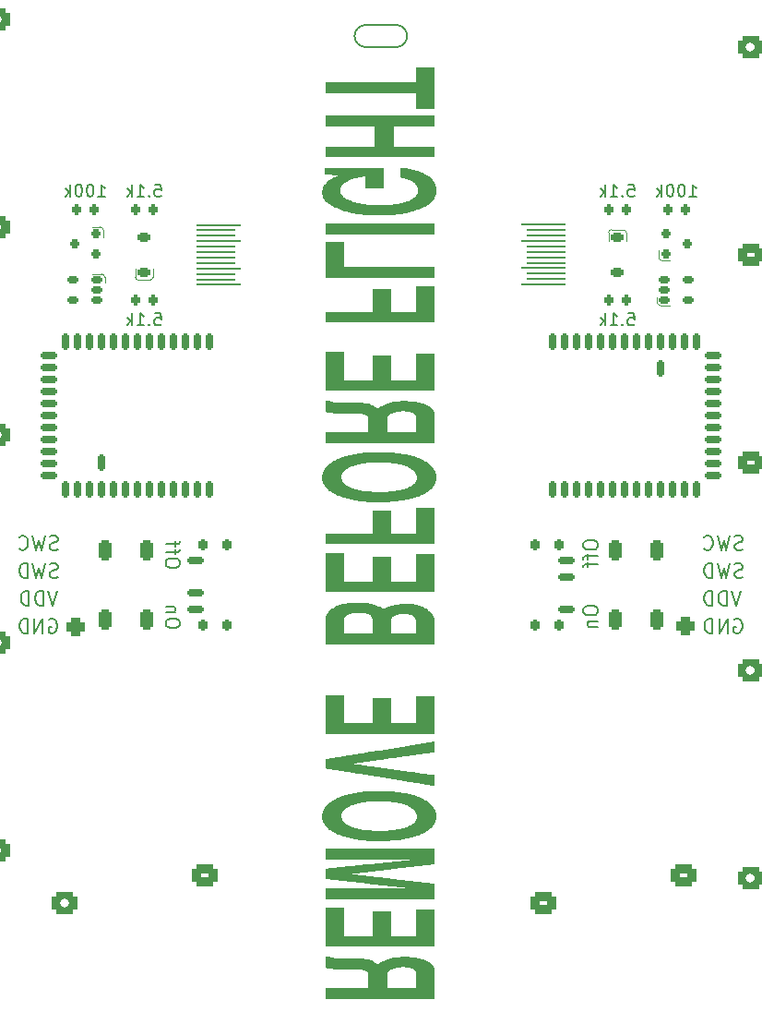
<source format=gbo>
G04 #@! TF.GenerationSoftware,KiCad,Pcbnew,(6.0.0-rc2-14-ga17a58203b)*
G04 #@! TF.CreationDate,2022-01-11T15:01:54+08:00*
G04 #@! TF.ProjectId,jiran-ble-lite,6a697261-6e2d-4626-9c65-2d6c6974652e,r0.1*
G04 #@! TF.SameCoordinates,Original*
G04 #@! TF.FileFunction,Legend,Bot*
G04 #@! TF.FilePolarity,Positive*
%FSLAX46Y46*%
G04 Gerber Fmt 4.6, Leading zero omitted, Abs format (unit mm)*
G04 Created by KiCad (PCBNEW (6.0.0-rc2-14-ga17a58203b)) date 2022-01-11 15:01:54*
%MOMM*%
%LPD*%
G01*
G04 APERTURE LIST*
G04 Aperture macros list*
%AMRoundRect*
0 Rectangle with rounded corners*
0 $1 Rounding radius*
0 $2 $3 $4 $5 $6 $7 $8 $9 X,Y pos of 4 corners*
0 Add a 4 corners polygon primitive as box body*
4,1,4,$2,$3,$4,$5,$6,$7,$8,$9,$2,$3,0*
0 Add four circle primitives for the rounded corners*
1,1,$1+$1,$2,$3*
1,1,$1+$1,$4,$5*
1,1,$1+$1,$6,$7*
1,1,$1+$1,$8,$9*
0 Add four rect primitives between the rounded corners*
20,1,$1+$1,$2,$3,$4,$5,0*
20,1,$1+$1,$4,$5,$6,$7,0*
20,1,$1+$1,$6,$7,$8,$9,0*
20,1,$1+$1,$8,$9,$2,$3,0*%
G04 Aperture macros list end*
%ADD10C,0.200000*%
%ADD11C,0.170000*%
%ADD12C,0.120000*%
%ADD13C,3.000000*%
%ADD14C,1.750000*%
%ADD15C,1.700000*%
%ADD16C,3.987800*%
%ADD17RoundRect,0.400000X-0.750000X-0.600000X0.750000X-0.600000X0.750000X0.600000X-0.750000X0.600000X0*%
%ADD18C,0.800000*%
%ADD19C,4.400000*%
%ADD20RoundRect,0.425000X0.425000X0.425000X-0.425000X0.425000X-0.425000X-0.425000X0.425000X-0.425000X0*%
%ADD21O,1.700000X1.700000*%
%ADD22O,3.000000X2.200000*%
%ADD23RoundRect,0.162500X-0.367500X-0.162500X0.367500X-0.162500X0.367500X0.162500X-0.367500X0.162500X0*%
%ADD24RoundRect,0.300000X0.300000X-0.650000X0.300000X0.650000X-0.300000X0.650000X-0.300000X-0.650000X0*%
%ADD25RoundRect,0.175000X-0.175000X0.587000X-0.175000X-0.587000X0.175000X-0.587000X0.175000X0.587000X0*%
%ADD26RoundRect,0.175000X0.587000X0.175000X-0.587000X0.175000X-0.587000X-0.175000X0.587000X-0.175000X0*%
%ADD27RoundRect,0.175000X0.175000X-0.587000X0.175000X0.587000X-0.175000X0.587000X-0.175000X-0.587000X0*%
%ADD28RoundRect,0.200000X0.200000X0.275000X-0.200000X0.275000X-0.200000X-0.275000X0.200000X-0.275000X0*%
%ADD29RoundRect,0.200000X-0.250000X-0.200000X0.250000X-0.200000X0.250000X0.200000X-0.250000X0.200000X0*%
%ADD30RoundRect,0.225000X0.375000X-0.225000X0.375000X0.225000X-0.375000X0.225000X-0.375000X-0.225000X0*%
%ADD31C,0.900000*%
%ADD32RoundRect,0.200000X0.200000X-0.300000X0.200000X0.300000X-0.200000X0.300000X-0.200000X-0.300000X0*%
%ADD33RoundRect,0.175000X0.575000X-0.175000X0.575000X0.175000X-0.575000X0.175000X-0.575000X-0.175000X0*%
%ADD34RoundRect,0.200000X-0.200000X-0.275000X0.200000X-0.275000X0.200000X0.275000X-0.200000X0.275000X0*%
%ADD35RoundRect,0.062500X-1.937500X0.062500X-1.937500X-0.062500X1.937500X-0.062500X1.937500X0.062500X0*%
%ADD36RoundRect,0.062500X-1.687500X0.062500X-1.687500X-0.062500X1.687500X-0.062500X1.687500X0.062500X0*%
%ADD37RoundRect,0.162500X0.367500X0.162500X-0.367500X0.162500X-0.367500X-0.162500X0.367500X-0.162500X0*%
%ADD38RoundRect,0.062500X1.937500X-0.062500X1.937500X0.062500X-1.937500X0.062500X-1.937500X-0.062500X0*%
%ADD39RoundRect,0.062500X1.687500X-0.062500X1.687500X0.062500X-1.687500X0.062500X-1.687500X-0.062500X0*%
%ADD40RoundRect,0.200000X0.250000X0.200000X-0.250000X0.200000X-0.250000X-0.200000X0.250000X-0.200000X0*%
%ADD41RoundRect,0.225000X-0.375000X0.225000X-0.375000X-0.225000X0.375000X-0.225000X0.375000X0.225000X0*%
%ADD42RoundRect,0.175000X-0.587000X-0.175000X0.587000X-0.175000X0.587000X0.175000X-0.587000X0.175000X0*%
%ADD43RoundRect,0.200000X-0.200000X0.300000X-0.200000X-0.300000X0.200000X-0.300000X0.200000X0.300000X0*%
%ADD44RoundRect,0.175000X-0.575000X0.175000X-0.575000X-0.175000X0.575000X-0.175000X0.575000X0.175000X0*%
%ADD45RoundRect,0.300000X-0.300000X0.650000X-0.300000X-0.650000X0.300000X-0.650000X0.300000X0.650000X0*%
G04 APERTURE END LIST*
D10*
X209871479Y-99644200D02*
X212665479Y-99644200D01*
X212665480Y-99644199D02*
G75*
G03*
X213681479Y-98628200I1J1015998D01*
G01*
X209871478Y-97612201D02*
G75*
G03*
X208855479Y-98628200I-1J-1015998D01*
G01*
X213681478Y-98628199D02*
G75*
G03*
X212665479Y-97612200I-1015998J1D01*
G01*
X209871479Y-97612200D02*
X212665479Y-97612200D01*
X208855480Y-98628201D02*
G75*
G03*
X209871479Y-99644200I1015998J-1D01*
G01*
X244477964Y-148227190D02*
X244292250Y-148289095D01*
X243982726Y-148289095D01*
X243858917Y-148227190D01*
X243797012Y-148165285D01*
X243735107Y-148041476D01*
X243735107Y-147917666D01*
X243797012Y-147793857D01*
X243858917Y-147731952D01*
X243982726Y-147670047D01*
X244230345Y-147608142D01*
X244354155Y-147546238D01*
X244416059Y-147484333D01*
X244477964Y-147360523D01*
X244477964Y-147236714D01*
X244416059Y-147112904D01*
X244354155Y-147051000D01*
X244230345Y-146989095D01*
X243920821Y-146989095D01*
X243735107Y-147051000D01*
X243301774Y-146989095D02*
X242992250Y-148289095D01*
X242744631Y-147360523D01*
X242497012Y-148289095D01*
X242187488Y-146989095D01*
X241692250Y-148289095D02*
X241692250Y-146989095D01*
X241382726Y-146989095D01*
X241197012Y-147051000D01*
X241073202Y-147174809D01*
X241011298Y-147298619D01*
X240949393Y-147546238D01*
X240949393Y-147731952D01*
X241011298Y-147979571D01*
X241073202Y-148103380D01*
X241197012Y-148227190D01*
X241382726Y-148289095D01*
X241692250Y-148289095D01*
X181612964Y-148227190D02*
X181427250Y-148289095D01*
X181117726Y-148289095D01*
X180993917Y-148227190D01*
X180932012Y-148165285D01*
X180870107Y-148041476D01*
X180870107Y-147917666D01*
X180932012Y-147793857D01*
X180993917Y-147731952D01*
X181117726Y-147670047D01*
X181365345Y-147608142D01*
X181489155Y-147546238D01*
X181551059Y-147484333D01*
X181612964Y-147360523D01*
X181612964Y-147236714D01*
X181551059Y-147112904D01*
X181489155Y-147051000D01*
X181365345Y-146989095D01*
X181055821Y-146989095D01*
X180870107Y-147051000D01*
X180436774Y-146989095D02*
X180127250Y-148289095D01*
X179879631Y-147360523D01*
X179632012Y-148289095D01*
X179322488Y-146989095D01*
X178827250Y-148289095D02*
X178827250Y-146989095D01*
X178517726Y-146989095D01*
X178332012Y-147051000D01*
X178208202Y-147174809D01*
X178146298Y-147298619D01*
X178084393Y-147546238D01*
X178084393Y-147731952D01*
X178146298Y-147979571D01*
X178208202Y-148103380D01*
X178332012Y-148227190D01*
X178517726Y-148289095D01*
X178827250Y-148289095D01*
X181612964Y-145687190D02*
X181427250Y-145749095D01*
X181117726Y-145749095D01*
X180993917Y-145687190D01*
X180932012Y-145625285D01*
X180870107Y-145501476D01*
X180870107Y-145377666D01*
X180932012Y-145253857D01*
X180993917Y-145191952D01*
X181117726Y-145130047D01*
X181365345Y-145068142D01*
X181489155Y-145006238D01*
X181551059Y-144944333D01*
X181612964Y-144820523D01*
X181612964Y-144696714D01*
X181551059Y-144572904D01*
X181489155Y-144511000D01*
X181365345Y-144449095D01*
X181055821Y-144449095D01*
X180870107Y-144511000D01*
X180436774Y-144449095D02*
X180127250Y-145749095D01*
X179879631Y-144820523D01*
X179632012Y-145749095D01*
X179322488Y-144449095D01*
X178084393Y-145625285D02*
X178146298Y-145687190D01*
X178332012Y-145749095D01*
X178455821Y-145749095D01*
X178641536Y-145687190D01*
X178765345Y-145563380D01*
X178827250Y-145439571D01*
X178889155Y-145191952D01*
X178889155Y-145006238D01*
X178827250Y-144758619D01*
X178765345Y-144634809D01*
X178641536Y-144511000D01*
X178455821Y-144449095D01*
X178332012Y-144449095D01*
X178146298Y-144511000D01*
X178084393Y-144572904D01*
X244294612Y-149529095D02*
X243861279Y-150829095D01*
X243427945Y-149529095D01*
X242994612Y-150829095D02*
X242994612Y-149529095D01*
X242685088Y-149529095D01*
X242499374Y-149591000D01*
X242375564Y-149714809D01*
X242313659Y-149838619D01*
X242251755Y-150086238D01*
X242251755Y-150271952D01*
X242313659Y-150519571D01*
X242375564Y-150643380D01*
X242499374Y-150767190D01*
X242685088Y-150829095D01*
X242994612Y-150829095D01*
X241694612Y-150829095D02*
X241694612Y-149529095D01*
X241385088Y-149529095D01*
X241199374Y-149591000D01*
X241075564Y-149714809D01*
X241013659Y-149838619D01*
X240951755Y-150086238D01*
X240951755Y-150271952D01*
X241013659Y-150519571D01*
X241075564Y-150643380D01*
X241199374Y-150767190D01*
X241385088Y-150829095D01*
X241694612Y-150829095D01*
X244477964Y-145687190D02*
X244292250Y-145749095D01*
X243982726Y-145749095D01*
X243858917Y-145687190D01*
X243797012Y-145625285D01*
X243735107Y-145501476D01*
X243735107Y-145377666D01*
X243797012Y-145253857D01*
X243858917Y-145191952D01*
X243982726Y-145130047D01*
X244230345Y-145068142D01*
X244354155Y-145006238D01*
X244416059Y-144944333D01*
X244477964Y-144820523D01*
X244477964Y-144696714D01*
X244416059Y-144572904D01*
X244354155Y-144511000D01*
X244230345Y-144449095D01*
X243920821Y-144449095D01*
X243735107Y-144511000D01*
X243301774Y-144449095D02*
X242992250Y-145749095D01*
X242744631Y-144820523D01*
X242497012Y-145749095D01*
X242187488Y-144449095D01*
X240949393Y-145625285D02*
X241011298Y-145687190D01*
X241197012Y-145749095D01*
X241320821Y-145749095D01*
X241506536Y-145687190D01*
X241630345Y-145563380D01*
X241692250Y-145439571D01*
X241754155Y-145191952D01*
X241754155Y-145006238D01*
X241692250Y-144758619D01*
X241630345Y-144634809D01*
X241506536Y-144511000D01*
X241320821Y-144449095D01*
X241197012Y-144449095D01*
X241011298Y-144511000D01*
X240949393Y-144572904D01*
X180839155Y-152131000D02*
X180962964Y-152069095D01*
X181148679Y-152069095D01*
X181334393Y-152131000D01*
X181458202Y-152254809D01*
X181520107Y-152378619D01*
X181582012Y-152626238D01*
X181582012Y-152811952D01*
X181520107Y-153059571D01*
X181458202Y-153183380D01*
X181334393Y-153307190D01*
X181148679Y-153369095D01*
X181024869Y-153369095D01*
X180839155Y-153307190D01*
X180777250Y-153245285D01*
X180777250Y-152811952D01*
X181024869Y-152811952D01*
X180220107Y-153369095D02*
X180220107Y-152069095D01*
X179477250Y-153369095D01*
X179477250Y-152069095D01*
X178858202Y-153369095D02*
X178858202Y-152069095D01*
X178548679Y-152069095D01*
X178362964Y-152131000D01*
X178239155Y-152254809D01*
X178177250Y-152378619D01*
X178115345Y-152626238D01*
X178115345Y-152811952D01*
X178177250Y-153059571D01*
X178239155Y-153183380D01*
X178362964Y-153307190D01*
X178548679Y-153369095D01*
X178858202Y-153369095D01*
X243704155Y-152131000D02*
X243827964Y-152069095D01*
X244013679Y-152069095D01*
X244199393Y-152131000D01*
X244323202Y-152254809D01*
X244385107Y-152378619D01*
X244447012Y-152626238D01*
X244447012Y-152811952D01*
X244385107Y-153059571D01*
X244323202Y-153183380D01*
X244199393Y-153307190D01*
X244013679Y-153369095D01*
X243889869Y-153369095D01*
X243704155Y-153307190D01*
X243642250Y-153245285D01*
X243642250Y-152811952D01*
X243889869Y-152811952D01*
X243085107Y-153369095D02*
X243085107Y-152069095D01*
X242342250Y-153369095D01*
X242342250Y-152069095D01*
X241723202Y-153369095D02*
X241723202Y-152069095D01*
X241413679Y-152069095D01*
X241227964Y-152131000D01*
X241104155Y-152254809D01*
X241042250Y-152378619D01*
X240980345Y-152626238D01*
X240980345Y-152811952D01*
X241042250Y-153059571D01*
X241104155Y-153183380D01*
X241227964Y-153307190D01*
X241413679Y-153369095D01*
X241723202Y-153369095D01*
X181582012Y-149529095D02*
X181148679Y-150829095D01*
X180715345Y-149529095D01*
X180282012Y-150829095D02*
X180282012Y-149529095D01*
X179972488Y-149529095D01*
X179786774Y-149591000D01*
X179662964Y-149714809D01*
X179601059Y-149838619D01*
X179539155Y-150086238D01*
X179539155Y-150271952D01*
X179601059Y-150519571D01*
X179662964Y-150643380D01*
X179786774Y-150767190D01*
X179972488Y-150829095D01*
X180282012Y-150829095D01*
X178982012Y-150829095D02*
X178982012Y-149529095D01*
X178672488Y-149529095D01*
X178486774Y-149591000D01*
X178362964Y-149714809D01*
X178301059Y-149838619D01*
X178239155Y-150086238D01*
X178239155Y-150271952D01*
X178301059Y-150519571D01*
X178362964Y-150643380D01*
X178486774Y-150767190D01*
X178672488Y-150829095D01*
X178982012Y-150829095D01*
D11*
X239599650Y-113349819D02*
X240228221Y-113349819D01*
X239913936Y-113349819D02*
X239913936Y-112249819D01*
X240018698Y-112406961D01*
X240123459Y-112511723D01*
X240228221Y-112564104D01*
X238918698Y-112249819D02*
X238813936Y-112249819D01*
X238709174Y-112302200D01*
X238656793Y-112354580D01*
X238604412Y-112459342D01*
X238552031Y-112668866D01*
X238552031Y-112930771D01*
X238604412Y-113140295D01*
X238656793Y-113245057D01*
X238709174Y-113297438D01*
X238813936Y-113349819D01*
X238918698Y-113349819D01*
X239023459Y-113297438D01*
X239075840Y-113245057D01*
X239128221Y-113140295D01*
X239180602Y-112930771D01*
X239180602Y-112668866D01*
X239128221Y-112459342D01*
X239075840Y-112354580D01*
X239023459Y-112302200D01*
X238918698Y-112249819D01*
X237871079Y-112249819D02*
X237766317Y-112249819D01*
X237661555Y-112302200D01*
X237609174Y-112354580D01*
X237556793Y-112459342D01*
X237504412Y-112668866D01*
X237504412Y-112930771D01*
X237556793Y-113140295D01*
X237609174Y-113245057D01*
X237661555Y-113297438D01*
X237766317Y-113349819D01*
X237871079Y-113349819D01*
X237975840Y-113297438D01*
X238028221Y-113245057D01*
X238080602Y-113140295D01*
X238132983Y-112930771D01*
X238132983Y-112668866D01*
X238080602Y-112459342D01*
X238028221Y-112354580D01*
X237975840Y-112302200D01*
X237871079Y-112249819D01*
X237032983Y-113349819D02*
X237032983Y-112249819D01*
X236928221Y-112930771D02*
X236613936Y-113349819D01*
X236613936Y-112616485D02*
X237032983Y-113035533D01*
D10*
X229860574Y-145183333D02*
X229860574Y-145430952D01*
X229922479Y-145554761D01*
X230046288Y-145678571D01*
X230293907Y-145740476D01*
X230727240Y-145740476D01*
X230974859Y-145678571D01*
X231098669Y-145554761D01*
X231160574Y-145430952D01*
X231160574Y-145183333D01*
X231098669Y-145059523D01*
X230974859Y-144935714D01*
X230727240Y-144873809D01*
X230293907Y-144873809D01*
X230046288Y-144935714D01*
X229922479Y-145059523D01*
X229860574Y-145183333D01*
X230293907Y-146111904D02*
X230293907Y-146607142D01*
X231160574Y-146297619D02*
X230046288Y-146297619D01*
X229922479Y-146359523D01*
X229860574Y-146483333D01*
X229860574Y-146607142D01*
X230293907Y-146854761D02*
X230293907Y-147350000D01*
X231160574Y-147040476D02*
X230046288Y-147040476D01*
X229922479Y-147102380D01*
X229860574Y-147226190D01*
X229860574Y-147350000D01*
X229860574Y-151180095D02*
X229860574Y-151427714D01*
X229922479Y-151551523D01*
X230046288Y-151675333D01*
X230293907Y-151737238D01*
X230727240Y-151737238D01*
X230974859Y-151675333D01*
X231098669Y-151551523D01*
X231160574Y-151427714D01*
X231160574Y-151180095D01*
X231098669Y-151056285D01*
X230974859Y-150932476D01*
X230727240Y-150870571D01*
X230293907Y-150870571D01*
X230046288Y-150932476D01*
X229922479Y-151056285D01*
X229860574Y-151180095D01*
X230293907Y-152294380D02*
X231160574Y-152294380D01*
X230417717Y-152294380D02*
X230355812Y-152356285D01*
X230293907Y-152480095D01*
X230293907Y-152665809D01*
X230355812Y-152789619D01*
X230479621Y-152851523D01*
X231160574Y-152851523D01*
D11*
X233954526Y-124060819D02*
X234478336Y-124060819D01*
X234530717Y-124584628D01*
X234478336Y-124532247D01*
X234373574Y-124479866D01*
X234111669Y-124479866D01*
X234006907Y-124532247D01*
X233954526Y-124584628D01*
X233902145Y-124689390D01*
X233902145Y-124951295D01*
X233954526Y-125056057D01*
X234006907Y-125108438D01*
X234111669Y-125160819D01*
X234373574Y-125160819D01*
X234478336Y-125108438D01*
X234530717Y-125056057D01*
X233430717Y-125056057D02*
X233378336Y-125108438D01*
X233430717Y-125160819D01*
X233483098Y-125108438D01*
X233430717Y-125056057D01*
X233430717Y-125160819D01*
X232330717Y-125160819D02*
X232959288Y-125160819D01*
X232645002Y-125160819D02*
X232645002Y-124060819D01*
X232749764Y-124217961D01*
X232854526Y-124322723D01*
X232959288Y-124375104D01*
X231859288Y-125160819D02*
X231859288Y-124060819D01*
X231754526Y-124741771D02*
X231440240Y-125160819D01*
X231440240Y-124427485D02*
X231859288Y-124846533D01*
X190520526Y-112249819D02*
X191044336Y-112249819D01*
X191096717Y-112773628D01*
X191044336Y-112721247D01*
X190939574Y-112668866D01*
X190677669Y-112668866D01*
X190572907Y-112721247D01*
X190520526Y-112773628D01*
X190468145Y-112878390D01*
X190468145Y-113140295D01*
X190520526Y-113245057D01*
X190572907Y-113297438D01*
X190677669Y-113349819D01*
X190939574Y-113349819D01*
X191044336Y-113297438D01*
X191096717Y-113245057D01*
X189996717Y-113245057D02*
X189944336Y-113297438D01*
X189996717Y-113349819D01*
X190049098Y-113297438D01*
X189996717Y-113245057D01*
X189996717Y-113349819D01*
X188896717Y-113349819D02*
X189525288Y-113349819D01*
X189211002Y-113349819D02*
X189211002Y-112249819D01*
X189315764Y-112406961D01*
X189420526Y-112511723D01*
X189525288Y-112564104D01*
X188425288Y-113349819D02*
X188425288Y-112249819D01*
X188320526Y-112930771D02*
X188006240Y-113349819D01*
X188006240Y-112616485D02*
X188425288Y-113035533D01*
X233954526Y-112249819D02*
X234478336Y-112249819D01*
X234530717Y-112773628D01*
X234478336Y-112721247D01*
X234373574Y-112668866D01*
X234111669Y-112668866D01*
X234006907Y-112721247D01*
X233954526Y-112773628D01*
X233902145Y-112878390D01*
X233902145Y-113140295D01*
X233954526Y-113245057D01*
X234006907Y-113297438D01*
X234111669Y-113349819D01*
X234373574Y-113349819D01*
X234478336Y-113297438D01*
X234530717Y-113245057D01*
X233430717Y-113245057D02*
X233378336Y-113297438D01*
X233430717Y-113349819D01*
X233483098Y-113297438D01*
X233430717Y-113245057D01*
X233430717Y-113349819D01*
X232330717Y-113349819D02*
X232959288Y-113349819D01*
X232645002Y-113349819D02*
X232645002Y-112249819D01*
X232749764Y-112406961D01*
X232854526Y-112511723D01*
X232959288Y-112564104D01*
X231859288Y-113349819D02*
X231859288Y-112249819D01*
X231754526Y-112930771D02*
X231440240Y-113349819D01*
X231440240Y-112616485D02*
X231859288Y-113035533D01*
X190520526Y-124060819D02*
X191044336Y-124060819D01*
X191096717Y-124584628D01*
X191044336Y-124532247D01*
X190939574Y-124479866D01*
X190677669Y-124479866D01*
X190572907Y-124532247D01*
X190520526Y-124584628D01*
X190468145Y-124689390D01*
X190468145Y-124951295D01*
X190520526Y-125056057D01*
X190572907Y-125108438D01*
X190677669Y-125160819D01*
X190939574Y-125160819D01*
X191044336Y-125108438D01*
X191096717Y-125056057D01*
X189996717Y-125056057D02*
X189944336Y-125108438D01*
X189996717Y-125160819D01*
X190049098Y-125108438D01*
X189996717Y-125056057D01*
X189996717Y-125160819D01*
X188896717Y-125160819D02*
X189525288Y-125160819D01*
X189211002Y-125160819D02*
X189211002Y-124060819D01*
X189315764Y-124217961D01*
X189420526Y-124322723D01*
X189525288Y-124375104D01*
X188425288Y-125160819D02*
X188425288Y-124060819D01*
X188320526Y-124741771D02*
X188006240Y-125160819D01*
X188006240Y-124427485D02*
X188425288Y-124846533D01*
D10*
X192828783Y-152603904D02*
X192828783Y-152356285D01*
X192766879Y-152232476D01*
X192643069Y-152108666D01*
X192395450Y-152046761D01*
X191962117Y-152046761D01*
X191714498Y-152108666D01*
X191590688Y-152232476D01*
X191528783Y-152356285D01*
X191528783Y-152603904D01*
X191590688Y-152727714D01*
X191714498Y-152851523D01*
X191962117Y-152913428D01*
X192395450Y-152913428D01*
X192643069Y-152851523D01*
X192766879Y-152727714D01*
X192828783Y-152603904D01*
X192395450Y-151489619D02*
X191528783Y-151489619D01*
X192271640Y-151489619D02*
X192333545Y-151427714D01*
X192395450Y-151303904D01*
X192395450Y-151118190D01*
X192333545Y-150994380D01*
X192209736Y-150932476D01*
X191528783Y-150932476D01*
X192828783Y-147087666D02*
X192828783Y-146840047D01*
X192766879Y-146716238D01*
X192643069Y-146592428D01*
X192395450Y-146530523D01*
X191962117Y-146530523D01*
X191714498Y-146592428D01*
X191590688Y-146716238D01*
X191528783Y-146840047D01*
X191528783Y-147087666D01*
X191590688Y-147211476D01*
X191714498Y-147335285D01*
X191962117Y-147397190D01*
X192395450Y-147397190D01*
X192643069Y-147335285D01*
X192766879Y-147211476D01*
X192828783Y-147087666D01*
X192395450Y-146159095D02*
X192395450Y-145663857D01*
X191528783Y-145973380D02*
X192643069Y-145973380D01*
X192766879Y-145911476D01*
X192828783Y-145787666D01*
X192828783Y-145663857D01*
X192395450Y-145416238D02*
X192395450Y-144921000D01*
X191528783Y-145230523D02*
X192643069Y-145230523D01*
X192766879Y-145168619D01*
X192828783Y-145044809D01*
X192828783Y-144921000D01*
D11*
X185322050Y-113346819D02*
X185950621Y-113346819D01*
X185636336Y-113346819D02*
X185636336Y-112246819D01*
X185741098Y-112403961D01*
X185845859Y-112508723D01*
X185950621Y-112561104D01*
X184641098Y-112246819D02*
X184536336Y-112246819D01*
X184431574Y-112299200D01*
X184379193Y-112351580D01*
X184326812Y-112456342D01*
X184274431Y-112665866D01*
X184274431Y-112927771D01*
X184326812Y-113137295D01*
X184379193Y-113242057D01*
X184431574Y-113294438D01*
X184536336Y-113346819D01*
X184641098Y-113346819D01*
X184745859Y-113294438D01*
X184798240Y-113242057D01*
X184850621Y-113137295D01*
X184903002Y-112927771D01*
X184903002Y-112665866D01*
X184850621Y-112456342D01*
X184798240Y-112351580D01*
X184745859Y-112299200D01*
X184641098Y-112246819D01*
X183593479Y-112246819D02*
X183488717Y-112246819D01*
X183383955Y-112299200D01*
X183331574Y-112351580D01*
X183279193Y-112456342D01*
X183226812Y-112665866D01*
X183226812Y-112927771D01*
X183279193Y-113137295D01*
X183331574Y-113242057D01*
X183383955Y-113294438D01*
X183488717Y-113346819D01*
X183593479Y-113346819D01*
X183698240Y-113294438D01*
X183750621Y-113242057D01*
X183803002Y-113137295D01*
X183855383Y-112927771D01*
X183855383Y-112665866D01*
X183803002Y-112456342D01*
X183750621Y-112351580D01*
X183698240Y-112299200D01*
X183593479Y-112246819D01*
X182755383Y-113346819D02*
X182755383Y-112246819D01*
X182650621Y-112927771D02*
X182336336Y-113346819D01*
X182336336Y-112613485D02*
X182755383Y-113032533D01*
D12*
X236921079Y-123344600D02*
X237796079Y-123344600D01*
X236621079Y-122569600D02*
X236621079Y-123044600D01*
X236621079Y-123044600D02*
G75*
G03*
X236921079Y-123344600I300000J0D01*
G01*
X237071079Y-119228200D02*
X237821079Y-119228200D01*
X236771079Y-118278200D02*
X236771079Y-118928200D01*
X236771079Y-118928200D02*
G75*
G03*
X237071079Y-119228200I300000J0D01*
G01*
X188751479Y-120740200D02*
X188751479Y-119964200D01*
X190351479Y-120740200D02*
X190351479Y-119964200D01*
X190097479Y-120994200D02*
X189005479Y-120994200D01*
X188751479Y-120740200D02*
G75*
G03*
X189005479Y-120994200I254000J0D01*
G01*
X190097479Y-120994200D02*
G75*
G03*
X190351479Y-120740200I0J254000D01*
G01*
G36*
X216207013Y-145220500D02*
G01*
X206177846Y-145220500D01*
X206177846Y-144237166D01*
X210486179Y-144237166D01*
X210486179Y-142149666D01*
X212202846Y-142149666D01*
X212202846Y-144237166D01*
X214490346Y-144237166D01*
X214490346Y-141870500D01*
X216207013Y-141870500D01*
X216207013Y-145220500D01*
G37*
G36*
X216207013Y-124895500D02*
G01*
X206177846Y-124895500D01*
X206177846Y-123912166D01*
X210486179Y-123912166D01*
X210486179Y-121824666D01*
X212202846Y-121824666D01*
X212202846Y-123912166D01*
X214490346Y-123912166D01*
X214490346Y-121545500D01*
X216207013Y-121545500D01*
X216207013Y-124895500D01*
G37*
G36*
X216205988Y-163809659D02*
G01*
X216206074Y-163852282D01*
X216206181Y-163914323D01*
X216206262Y-163973677D01*
X216206316Y-164029832D01*
X216206345Y-164082275D01*
X216206348Y-164130491D01*
X216206327Y-164173967D01*
X216206280Y-164212191D01*
X216206209Y-164244649D01*
X216206114Y-164270826D01*
X216205996Y-164290211D01*
X216205853Y-164302289D01*
X216205688Y-164306547D01*
X216205670Y-164306553D01*
X216201028Y-164307251D01*
X216188326Y-164309065D01*
X216167747Y-164311970D01*
X216139474Y-164315941D01*
X216103690Y-164320952D01*
X216060578Y-164326977D01*
X216010321Y-164333992D01*
X215953103Y-164341970D01*
X215889108Y-164350887D01*
X215818517Y-164360716D01*
X215741515Y-164371433D01*
X215658284Y-164383012D01*
X215569008Y-164395427D01*
X215473870Y-164408653D01*
X215373053Y-164422665D01*
X215266740Y-164437437D01*
X215155115Y-164452943D01*
X215038361Y-164469159D01*
X214916661Y-164486059D01*
X214790198Y-164503617D01*
X214659155Y-164521808D01*
X214523716Y-164540606D01*
X214384064Y-164559987D01*
X214240382Y-164579924D01*
X214092853Y-164600392D01*
X213941660Y-164621366D01*
X213786987Y-164642820D01*
X213629017Y-164664729D01*
X213467933Y-164687067D01*
X213303918Y-164709809D01*
X213137156Y-164732930D01*
X212967829Y-164756404D01*
X212796122Y-164780205D01*
X212622216Y-164804308D01*
X212446296Y-164828688D01*
X212438290Y-164829798D01*
X212262373Y-164854177D01*
X212088452Y-164878281D01*
X211916712Y-164902086D01*
X211747336Y-164925564D01*
X211580508Y-164948690D01*
X211416413Y-164971440D01*
X211255234Y-164993787D01*
X211097157Y-165015706D01*
X210942363Y-165037172D01*
X210791039Y-165058158D01*
X210643368Y-165078639D01*
X210499533Y-165098590D01*
X210359719Y-165117985D01*
X210224111Y-165136799D01*
X210092892Y-165155006D01*
X209966245Y-165172580D01*
X209844356Y-165189496D01*
X209727409Y-165205729D01*
X209615586Y-165221253D01*
X209509073Y-165236041D01*
X209408054Y-165250070D01*
X209312712Y-165263313D01*
X209223232Y-165275744D01*
X209139798Y-165287339D01*
X209062593Y-165298071D01*
X208991803Y-165307915D01*
X208927610Y-165316845D01*
X208870199Y-165324837D01*
X208819754Y-165331863D01*
X208776459Y-165337900D01*
X208740499Y-165342921D01*
X208712056Y-165346900D01*
X208691316Y-165349813D01*
X208678463Y-165351633D01*
X208673679Y-165352336D01*
X208670850Y-165352947D01*
X208664713Y-165355067D01*
X208665346Y-165356624D01*
X208669263Y-165357196D01*
X208681225Y-165358891D01*
X208701004Y-165361676D01*
X208728376Y-165365519D01*
X208763120Y-165370389D01*
X208805010Y-165376256D01*
X208853825Y-165383087D01*
X208909341Y-165390852D01*
X208971334Y-165399520D01*
X209039582Y-165409060D01*
X209113862Y-165419440D01*
X209193950Y-165430629D01*
X209279623Y-165442597D01*
X209370657Y-165455312D01*
X209466830Y-165468742D01*
X209567919Y-165482858D01*
X209673700Y-165497627D01*
X209783950Y-165513019D01*
X209898445Y-165529002D01*
X210016964Y-165545545D01*
X210139281Y-165562618D01*
X210265175Y-165580189D01*
X210394422Y-165598226D01*
X210526799Y-165616700D01*
X210662082Y-165635578D01*
X210800049Y-165654829D01*
X210940476Y-165674423D01*
X211083140Y-165694328D01*
X211227818Y-165714514D01*
X211374286Y-165734948D01*
X211522322Y-165755600D01*
X211671702Y-165776439D01*
X211822204Y-165797434D01*
X211973603Y-165818553D01*
X212125676Y-165839765D01*
X212278201Y-165861039D01*
X212430955Y-165882345D01*
X212583713Y-165903651D01*
X212736253Y-165924925D01*
X212888352Y-165946137D01*
X213039786Y-165967256D01*
X213190332Y-165988250D01*
X213339768Y-166009088D01*
X213487869Y-166029740D01*
X213634413Y-166050173D01*
X213779176Y-166070358D01*
X213921936Y-166090262D01*
X214062469Y-166109855D01*
X214200551Y-166129105D01*
X214335960Y-166147982D01*
X214468473Y-166166454D01*
X214597866Y-166184490D01*
X214723915Y-166202059D01*
X214846399Y-166219130D01*
X214965094Y-166235672D01*
X215079775Y-166251653D01*
X215190221Y-166267043D01*
X215296208Y-166281810D01*
X215397513Y-166295924D01*
X215493913Y-166309352D01*
X215585184Y-166322064D01*
X215671103Y-166334029D01*
X215751448Y-166345216D01*
X215825994Y-166355594D01*
X215894519Y-166365131D01*
X215956799Y-166373796D01*
X216012611Y-166381558D01*
X216061733Y-166388386D01*
X216103940Y-166394250D01*
X216139010Y-166399116D01*
X216166720Y-166402956D01*
X216186846Y-166405737D01*
X216199165Y-166407429D01*
X216203453Y-166408000D01*
X216203751Y-166409727D01*
X216204198Y-166418935D01*
X216204625Y-166435633D01*
X216205029Y-166459306D01*
X216205406Y-166489444D01*
X216205752Y-166525533D01*
X216206065Y-166567061D01*
X216206339Y-166613515D01*
X216206572Y-166664384D01*
X216206759Y-166719154D01*
X216206898Y-166777313D01*
X216206983Y-166838349D01*
X216207013Y-166901750D01*
X216207005Y-166943084D01*
X216206966Y-167005011D01*
X216206895Y-167064241D01*
X216206793Y-167120262D01*
X216206664Y-167172562D01*
X216206510Y-167220628D01*
X216206332Y-167263948D01*
X216206134Y-167302009D01*
X216205916Y-167334299D01*
X216205682Y-167360306D01*
X216205433Y-167379516D01*
X216205172Y-167391418D01*
X216204901Y-167395500D01*
X216204187Y-167395394D01*
X216196723Y-167394215D01*
X216181302Y-167391753D01*
X216158117Y-167388039D01*
X216127358Y-167383103D01*
X216089221Y-167376978D01*
X216043896Y-167369694D01*
X215991576Y-167361282D01*
X215932455Y-167351773D01*
X215866725Y-167341198D01*
X215794578Y-167329589D01*
X215716208Y-167316976D01*
X215631806Y-167303390D01*
X215541565Y-167288863D01*
X215445679Y-167273425D01*
X215344339Y-167257107D01*
X215237738Y-167239941D01*
X215126070Y-167221958D01*
X215009525Y-167203188D01*
X214888298Y-167183663D01*
X214762581Y-167163414D01*
X214632566Y-167142471D01*
X214498446Y-167120866D01*
X214360413Y-167098630D01*
X214218661Y-167075794D01*
X214073382Y-167052389D01*
X213924769Y-167028446D01*
X213773013Y-167003996D01*
X213618308Y-166979070D01*
X213460847Y-166953699D01*
X213300822Y-166927915D01*
X213138425Y-166901747D01*
X212973850Y-166875228D01*
X212807289Y-166848388D01*
X212638934Y-166821259D01*
X212468978Y-166793871D01*
X212297614Y-166766255D01*
X212125035Y-166738443D01*
X211951432Y-166710466D01*
X211777000Y-166682354D01*
X211601929Y-166654139D01*
X211426414Y-166625851D01*
X211250646Y-166597522D01*
X211074819Y-166569183D01*
X210899124Y-166540865D01*
X210723754Y-166512599D01*
X210548903Y-166484415D01*
X210374763Y-166456346D01*
X210201525Y-166428422D01*
X210029384Y-166400673D01*
X209858531Y-166373132D01*
X209689160Y-166345829D01*
X209521462Y-166318795D01*
X209355631Y-166292062D01*
X209191859Y-166265660D01*
X209030339Y-166239620D01*
X208871263Y-166213973D01*
X208714824Y-166188751D01*
X208561215Y-166163985D01*
X208410628Y-166139705D01*
X208263256Y-166115942D01*
X208119291Y-166092728D01*
X207978926Y-166070094D01*
X207842355Y-166048071D01*
X207709768Y-166026689D01*
X207581360Y-166005980D01*
X207457322Y-165985975D01*
X207337848Y-165966705D01*
X207223129Y-165948201D01*
X207113359Y-165930494D01*
X207008730Y-165913615D01*
X206909435Y-165897595D01*
X206815666Y-165882465D01*
X206727616Y-165868257D01*
X206645478Y-165855001D01*
X206569445Y-165842727D01*
X206499708Y-165831469D01*
X206436460Y-165821255D01*
X206379895Y-165812118D01*
X206330205Y-165804089D01*
X206287582Y-165797198D01*
X206252219Y-165791476D01*
X206224309Y-165786956D01*
X206204044Y-165783666D01*
X206191617Y-165781640D01*
X206187221Y-165780907D01*
X206177846Y-165778674D01*
X206177846Y-165357920D01*
X206177851Y-165318223D01*
X206177874Y-165261338D01*
X206177916Y-165207231D01*
X206177974Y-165156458D01*
X206178048Y-165109575D01*
X206178137Y-165067137D01*
X206178238Y-165029699D01*
X206178350Y-164997817D01*
X206178473Y-164972046D01*
X206178604Y-164952942D01*
X206178743Y-164941061D01*
X206178888Y-164936957D01*
X206180197Y-164936745D01*
X206188863Y-164935340D01*
X206205510Y-164932644D01*
X206229979Y-164928682D01*
X206262113Y-164923480D01*
X206301753Y-164917062D01*
X206348742Y-164909455D01*
X206402923Y-164900684D01*
X206464137Y-164890774D01*
X206532227Y-164879752D01*
X206607034Y-164867643D01*
X206688402Y-164854471D01*
X206776171Y-164840264D01*
X206870186Y-164825046D01*
X206970287Y-164808842D01*
X207076317Y-164791679D01*
X207188118Y-164773582D01*
X207305532Y-164754577D01*
X207428402Y-164734688D01*
X207556569Y-164713942D01*
X207689877Y-164692364D01*
X207828167Y-164669980D01*
X207971281Y-164646815D01*
X208119062Y-164622895D01*
X208271351Y-164598245D01*
X208427992Y-164572890D01*
X208588826Y-164546857D01*
X208753695Y-164520171D01*
X208922442Y-164492858D01*
X209094909Y-164464942D01*
X209270938Y-164436450D01*
X209450371Y-164407407D01*
X209633051Y-164377838D01*
X209818819Y-164347770D01*
X210007519Y-164317227D01*
X210198991Y-164286235D01*
X210393079Y-164254821D01*
X210589625Y-164223008D01*
X210788470Y-164190823D01*
X210989458Y-164158292D01*
X211192429Y-164125440D01*
X216204929Y-163314131D01*
X216205988Y-163809659D01*
G37*
G36*
X207898679Y-130195500D02*
G01*
X210486179Y-130195500D01*
X210486179Y-127912166D01*
X212202846Y-127912166D01*
X212202846Y-130195500D01*
X214490346Y-130195500D01*
X214490346Y-127724666D01*
X216207013Y-127724666D01*
X216207013Y-131178833D01*
X206177846Y-131178833D01*
X206177846Y-127612166D01*
X207898679Y-127612166D01*
X207898679Y-130195500D01*
G37*
G36*
X206177846Y-186924666D02*
G01*
X206177846Y-185945500D01*
X210140346Y-185945500D01*
X211861179Y-185945500D01*
X213173810Y-185945500D01*
X213275106Y-185945496D01*
X213395642Y-185945483D01*
X213508285Y-185945459D01*
X213613284Y-185945423D01*
X213710883Y-185945373D01*
X213801330Y-185945309D01*
X213884871Y-185945229D01*
X213961752Y-185945134D01*
X214032220Y-185945020D01*
X214096521Y-185944889D01*
X214154902Y-185944737D01*
X214207608Y-185944566D01*
X214254886Y-185944373D01*
X214296984Y-185944157D01*
X214334146Y-185943918D01*
X214366620Y-185943654D01*
X214394651Y-185943364D01*
X214418487Y-185943048D01*
X214438373Y-185942704D01*
X214454556Y-185942331D01*
X214467283Y-185941928D01*
X214476799Y-185941495D01*
X214483352Y-185941030D01*
X214487187Y-185940532D01*
X214488551Y-185940000D01*
X214488592Y-185939763D01*
X214488806Y-185933635D01*
X214488998Y-185919681D01*
X214489166Y-185898333D01*
X214489311Y-185870022D01*
X214489432Y-185835178D01*
X214489529Y-185794232D01*
X214489601Y-185747617D01*
X214489647Y-185695762D01*
X214489668Y-185639099D01*
X214489663Y-185578059D01*
X214489632Y-185513073D01*
X214489574Y-185444572D01*
X214489489Y-185372988D01*
X214489376Y-185298750D01*
X214489235Y-185222291D01*
X214489127Y-185167060D01*
X214488964Y-185080329D01*
X214488815Y-185001306D01*
X214488666Y-184929600D01*
X214488505Y-184864817D01*
X214488319Y-184806564D01*
X214488095Y-184754451D01*
X214487821Y-184708084D01*
X214487482Y-184667071D01*
X214487067Y-184631019D01*
X214486563Y-184599537D01*
X214485957Y-184572231D01*
X214485235Y-184548710D01*
X214484386Y-184528581D01*
X214483396Y-184511451D01*
X214482252Y-184496929D01*
X214480942Y-184484622D01*
X214479453Y-184474137D01*
X214477771Y-184465083D01*
X214475885Y-184457066D01*
X214473781Y-184449695D01*
X214471446Y-184442576D01*
X214468867Y-184435319D01*
X214466033Y-184427529D01*
X214462929Y-184418816D01*
X214461559Y-184414956D01*
X214438956Y-184364548D01*
X214408682Y-184317014D01*
X214370959Y-184272586D01*
X214326012Y-184231496D01*
X214274061Y-184193976D01*
X214215330Y-184160260D01*
X214162213Y-184135141D01*
X214097638Y-184109513D01*
X214028286Y-184086962D01*
X213953759Y-184067418D01*
X213873662Y-184050809D01*
X213787600Y-184037063D01*
X213695174Y-184026111D01*
X213595991Y-184017879D01*
X213489652Y-184012298D01*
X213375763Y-184009295D01*
X213306299Y-184008723D01*
X213218082Y-184009556D01*
X213135259Y-184012356D01*
X213056246Y-184017254D01*
X212979459Y-184024376D01*
X212903311Y-184033853D01*
X212826218Y-184045813D01*
X212746596Y-184060384D01*
X212692023Y-184071708D01*
X212607071Y-184091912D01*
X212523738Y-184114804D01*
X212442695Y-184140100D01*
X212364613Y-184167514D01*
X212290165Y-184196763D01*
X212220021Y-184227562D01*
X212154852Y-184259626D01*
X212095330Y-184292672D01*
X212042126Y-184326413D01*
X211995912Y-184360567D01*
X211957358Y-184394848D01*
X211935119Y-184417824D01*
X211913544Y-184443060D01*
X211896798Y-184467025D01*
X211883678Y-184491478D01*
X211872977Y-184518181D01*
X211861291Y-184551750D01*
X211861179Y-185945500D01*
X210140346Y-185945500D01*
X210140264Y-185340291D01*
X210140248Y-185290445D01*
X210140174Y-185205825D01*
X210140046Y-185126950D01*
X210139862Y-185054054D01*
X210139627Y-184987374D01*
X210139340Y-184927144D01*
X210139004Y-184873600D01*
X210138619Y-184826977D01*
X210138189Y-184787510D01*
X210137713Y-184755436D01*
X210137195Y-184730988D01*
X210136635Y-184714403D01*
X210136034Y-184705916D01*
X210130619Y-184674673D01*
X210114461Y-184615585D01*
X210091162Y-184560778D01*
X210060716Y-184510246D01*
X210023117Y-184463981D01*
X209978358Y-184421975D01*
X209926435Y-184384220D01*
X209867342Y-184350709D01*
X209826312Y-184331540D01*
X209780358Y-184313105D01*
X209731271Y-184296485D01*
X209678478Y-184281571D01*
X209621405Y-184268255D01*
X209559481Y-184256427D01*
X209492131Y-184245979D01*
X209418782Y-184236802D01*
X209338862Y-184228787D01*
X209251796Y-184221824D01*
X209157013Y-184215807D01*
X209147150Y-184215362D01*
X209125754Y-184214725D01*
X209096107Y-184214107D01*
X209058204Y-184213506D01*
X209012038Y-184212924D01*
X208957603Y-184212360D01*
X208894892Y-184211814D01*
X208823899Y-184211285D01*
X208744617Y-184210775D01*
X208657041Y-184210282D01*
X208561164Y-184209808D01*
X208456979Y-184209351D01*
X208344479Y-184208912D01*
X208223660Y-184208490D01*
X208094513Y-184208086D01*
X208089685Y-184208072D01*
X207981930Y-184207747D01*
X207882159Y-184207435D01*
X207790038Y-184207132D01*
X207705230Y-184206836D01*
X207627402Y-184206542D01*
X207556219Y-184206249D01*
X207491346Y-184205952D01*
X207432447Y-184205650D01*
X207379189Y-184205338D01*
X207331236Y-184205013D01*
X207288253Y-184204673D01*
X207249906Y-184204314D01*
X207215859Y-184203933D01*
X207185778Y-184203527D01*
X207159329Y-184203094D01*
X207136175Y-184202629D01*
X207115982Y-184202129D01*
X207098416Y-184201593D01*
X207083142Y-184201015D01*
X207069824Y-184200394D01*
X207058128Y-184199726D01*
X207047720Y-184199008D01*
X207038263Y-184198238D01*
X206926437Y-184187651D01*
X206788744Y-184172566D01*
X206653532Y-184155522D01*
X206523679Y-184136862D01*
X206516890Y-184135817D01*
X206488315Y-184131339D01*
X206456085Y-184126188D01*
X206421389Y-184120563D01*
X206385415Y-184114662D01*
X206349351Y-184108685D01*
X206314387Y-184102831D01*
X206281709Y-184097296D01*
X206252507Y-184092282D01*
X206227969Y-184087985D01*
X206209283Y-184084606D01*
X206197638Y-184082342D01*
X206177846Y-184078142D01*
X206177846Y-183020500D01*
X206563478Y-183020500D01*
X206593339Y-183039083D01*
X206628926Y-183059864D01*
X206698982Y-183093972D01*
X206775741Y-183123222D01*
X206859145Y-183147599D01*
X206949140Y-183167088D01*
X207045670Y-183181674D01*
X207148679Y-183191340D01*
X207149870Y-183191414D01*
X207160846Y-183191889D01*
X207179745Y-183192526D01*
X207206226Y-183193317D01*
X207239950Y-183194254D01*
X207280575Y-183195330D01*
X207327759Y-183196535D01*
X207381163Y-183197863D01*
X207440444Y-183199305D01*
X207505263Y-183200854D01*
X207575277Y-183202501D01*
X207650146Y-183204238D01*
X207729530Y-183206057D01*
X207813086Y-183207951D01*
X207900474Y-183209912D01*
X207991353Y-183211930D01*
X208085383Y-183213999D01*
X208182221Y-183216111D01*
X208281527Y-183218257D01*
X208382960Y-183220430D01*
X208486179Y-183222621D01*
X208506872Y-183223059D01*
X208609735Y-183225248D01*
X208710731Y-183227417D01*
X208809520Y-183229559D01*
X208905762Y-183231665D01*
X208999118Y-183233728D01*
X209089245Y-183235740D01*
X209175805Y-183237692D01*
X209258457Y-183239578D01*
X209336861Y-183241387D01*
X209410676Y-183243114D01*
X209479562Y-183244749D01*
X209543180Y-183246285D01*
X209601187Y-183247713D01*
X209653245Y-183249026D01*
X209699014Y-183250216D01*
X209738152Y-183251274D01*
X209770319Y-183252193D01*
X209795176Y-183252964D01*
X209812382Y-183253580D01*
X209821596Y-183254033D01*
X209871835Y-183258306D01*
X209996241Y-183274612D01*
X210118427Y-183298923D01*
X210238431Y-183331253D01*
X210356290Y-183371614D01*
X210472041Y-183420021D01*
X210585720Y-183476488D01*
X210697365Y-183541026D01*
X210807013Y-183613651D01*
X210817981Y-183621529D01*
X210842061Y-183639438D01*
X210870162Y-183660944D01*
X210900789Y-183684874D01*
X210932447Y-183710055D01*
X210963641Y-183735314D01*
X210992878Y-183759478D01*
X211007094Y-183771373D01*
X211047679Y-183738372D01*
X211153833Y-183656854D01*
X211269957Y-183577765D01*
X211391369Y-183504961D01*
X211518246Y-183438335D01*
X211650763Y-183377783D01*
X211675774Y-183367282D01*
X211809170Y-183315505D01*
X211947279Y-183268894D01*
X212090413Y-183227378D01*
X212238885Y-183190884D01*
X212393010Y-183159342D01*
X212553100Y-183132680D01*
X212719468Y-183110825D01*
X212892429Y-183093707D01*
X212968074Y-183087940D01*
X213105065Y-183080112D01*
X213247390Y-183075075D01*
X213393573Y-183072792D01*
X213542136Y-183073227D01*
X213691601Y-183076343D01*
X213840492Y-183082104D01*
X213987331Y-183090473D01*
X214130640Y-183101415D01*
X214268943Y-183114892D01*
X214400763Y-183130869D01*
X214507256Y-183146309D01*
X214644012Y-183169535D01*
X214776872Y-183195984D01*
X214905011Y-183225463D01*
X215027602Y-183257778D01*
X215143823Y-183292738D01*
X215252846Y-183330148D01*
X215256261Y-183331403D01*
X215359758Y-183371824D01*
X215460218Y-183415641D01*
X215556761Y-183462382D01*
X215648508Y-183511577D01*
X215734580Y-183562755D01*
X215814097Y-183615445D01*
X215886179Y-183669177D01*
X215887210Y-183669999D01*
X215909149Y-183688407D01*
X215934163Y-183710823D01*
X215960666Y-183735699D01*
X215987070Y-183761486D01*
X216011790Y-183786636D01*
X216033237Y-183809601D01*
X216049825Y-183828833D01*
X216074012Y-183860114D01*
X216115103Y-183921706D01*
X216148701Y-183985104D01*
X216175361Y-184051422D01*
X216195636Y-184121773D01*
X216204730Y-184160083D01*
X216205926Y-185542375D01*
X216206010Y-185639099D01*
X216207122Y-186924666D01*
X206177846Y-186924666D01*
G37*
G36*
X216207013Y-106891333D02*
G01*
X212436161Y-106891333D01*
X212437212Y-107836125D01*
X212438263Y-108780916D01*
X214322638Y-108781962D01*
X216207013Y-108783009D01*
X216207013Y-109762166D01*
X206177846Y-109762166D01*
X206177846Y-108783000D01*
X210719513Y-108783000D01*
X210719513Y-106891333D01*
X206177846Y-106891333D01*
X206177846Y-105908000D01*
X216207013Y-105908000D01*
X216207013Y-106891333D01*
G37*
G36*
X216369660Y-139122881D02*
G01*
X216368057Y-139159048D01*
X216365706Y-139189250D01*
X216357471Y-139255839D01*
X216337530Y-139365496D01*
X216309953Y-139471873D01*
X216274688Y-139575096D01*
X216231684Y-139675296D01*
X216180889Y-139772599D01*
X216122251Y-139867135D01*
X216055719Y-139959030D01*
X215991697Y-140036630D01*
X215909821Y-140124595D01*
X215820026Y-140210039D01*
X215722328Y-140292949D01*
X215616743Y-140373315D01*
X215503289Y-140451126D01*
X215381980Y-140526371D01*
X215252833Y-140599039D01*
X215115864Y-140669119D01*
X214971090Y-140736599D01*
X214818527Y-140801470D01*
X214731472Y-140835818D01*
X214598550Y-140884757D01*
X214459051Y-140932230D01*
X214313983Y-140977948D01*
X214164352Y-141021619D01*
X214011166Y-141062953D01*
X213855432Y-141101661D01*
X213698156Y-141137451D01*
X213540346Y-141170033D01*
X213394065Y-141197503D01*
X213205398Y-141229543D01*
X213013454Y-141258358D01*
X212817659Y-141284005D01*
X212617441Y-141306543D01*
X212412225Y-141326030D01*
X212201440Y-141342524D01*
X211984511Y-141356084D01*
X211760865Y-141366768D01*
X211529929Y-141374635D01*
X211514724Y-141375004D01*
X211480736Y-141375596D01*
X211439942Y-141376070D01*
X211393231Y-141376430D01*
X211341496Y-141376679D01*
X211285626Y-141376823D01*
X211226511Y-141376864D01*
X211165044Y-141376806D01*
X211102113Y-141376652D01*
X211038610Y-141376408D01*
X210975424Y-141376075D01*
X210913448Y-141375658D01*
X210853571Y-141375161D01*
X210796683Y-141374588D01*
X210743676Y-141373941D01*
X210695440Y-141373225D01*
X210652865Y-141372444D01*
X210616843Y-141371601D01*
X210588263Y-141370701D01*
X210576256Y-141370243D01*
X210337928Y-141359467D01*
X210107060Y-141345733D01*
X209883317Y-141328989D01*
X209666365Y-141309182D01*
X209455868Y-141286260D01*
X209251490Y-141260169D01*
X209052898Y-141230856D01*
X208859756Y-141198269D01*
X208671729Y-141162356D01*
X208488482Y-141123063D01*
X208309680Y-141080337D01*
X208134989Y-141034127D01*
X207964072Y-140984379D01*
X207796596Y-140931039D01*
X207638315Y-140876303D01*
X207477791Y-140816052D01*
X207325102Y-140753609D01*
X207180124Y-140688909D01*
X207042736Y-140621892D01*
X206912814Y-140552493D01*
X206790237Y-140480650D01*
X206674881Y-140406301D01*
X206566625Y-140329382D01*
X206465346Y-140249832D01*
X206456230Y-140242162D01*
X206429938Y-140218948D01*
X206400305Y-140191510D01*
X206368535Y-140161062D01*
X206335831Y-140128814D01*
X206303396Y-140095979D01*
X206272433Y-140063768D01*
X206244146Y-140033393D01*
X206219738Y-140006066D01*
X206200412Y-139983000D01*
X206150269Y-139917118D01*
X206088231Y-139825143D01*
X206034317Y-139731606D01*
X205988456Y-139636295D01*
X205950577Y-139538992D01*
X205920608Y-139439486D01*
X205898479Y-139337559D01*
X205884118Y-139232999D01*
X205877453Y-139125591D01*
X205877999Y-139062772D01*
X207650013Y-139062772D01*
X207656280Y-139139113D01*
X207669853Y-139215432D01*
X207690563Y-139290912D01*
X207718239Y-139364740D01*
X207752711Y-139436100D01*
X207793810Y-139504177D01*
X207805899Y-139521766D01*
X207859322Y-139590814D01*
X207920673Y-139657546D01*
X207989876Y-139721923D01*
X208066857Y-139783902D01*
X208151543Y-139843443D01*
X208243857Y-139900503D01*
X208343727Y-139955043D01*
X208451078Y-140007020D01*
X208565834Y-140056393D01*
X208687923Y-140103122D01*
X208817269Y-140147164D01*
X208953798Y-140188479D01*
X209097435Y-140227025D01*
X209099510Y-140227548D01*
X209220890Y-140256657D01*
X209344760Y-140283388D01*
X209471687Y-140307815D01*
X209602241Y-140330010D01*
X209736988Y-140350048D01*
X209876497Y-140368002D01*
X210021336Y-140383943D01*
X210172072Y-140397947D01*
X210329274Y-140410085D01*
X210493510Y-140420431D01*
X210665346Y-140429059D01*
X210671912Y-140429319D01*
X210693390Y-140429955D01*
X210721932Y-140430586D01*
X210756683Y-140431206D01*
X210796787Y-140431809D01*
X210841389Y-140432388D01*
X210889634Y-140432939D01*
X210940666Y-140433454D01*
X210993630Y-140433927D01*
X211047670Y-140434353D01*
X211101931Y-140434726D01*
X211155558Y-140435039D01*
X211207695Y-140435286D01*
X211257488Y-140435462D01*
X211304080Y-140435560D01*
X211346616Y-140435575D01*
X211384241Y-140435500D01*
X211416100Y-140435328D01*
X211441336Y-140435055D01*
X211459096Y-140434674D01*
X211469455Y-140434343D01*
X211568894Y-140430950D01*
X211660944Y-140427398D01*
X211746461Y-140423645D01*
X211826303Y-140419647D01*
X211901326Y-140415363D01*
X211972388Y-140410749D01*
X212040346Y-140405763D01*
X212171066Y-140394654D01*
X212361776Y-140374865D01*
X212545726Y-140351361D01*
X212722839Y-140324161D01*
X212893034Y-140293284D01*
X213056234Y-140258747D01*
X213212359Y-140220569D01*
X213361330Y-140178769D01*
X213503068Y-140133365D01*
X213637494Y-140084374D01*
X213764530Y-140031817D01*
X213884096Y-139975711D01*
X213914873Y-139960063D01*
X214012250Y-139906638D01*
X214101594Y-139851242D01*
X214182974Y-139793803D01*
X214256457Y-139734249D01*
X214322110Y-139672507D01*
X214379999Y-139608503D01*
X214430194Y-139542167D01*
X214472760Y-139473425D01*
X214507765Y-139402205D01*
X214535277Y-139328434D01*
X214555363Y-139252039D01*
X214557888Y-139238911D01*
X214563285Y-139200340D01*
X214566997Y-139157012D01*
X214568949Y-139111397D01*
X214569067Y-139065965D01*
X214567273Y-139023184D01*
X214563494Y-138985525D01*
X214548697Y-138906908D01*
X214525716Y-138828192D01*
X214494938Y-138752308D01*
X214456341Y-138679211D01*
X214409900Y-138608856D01*
X214355592Y-138541198D01*
X214293393Y-138476194D01*
X214270255Y-138454497D01*
X214197249Y-138392571D01*
X214116356Y-138332946D01*
X214027683Y-138275683D01*
X213931338Y-138220839D01*
X213827427Y-138168474D01*
X213716060Y-138118645D01*
X213597342Y-138071413D01*
X213471382Y-138026835D01*
X213401215Y-138004105D01*
X213280899Y-137968206D01*
X213156799Y-137934990D01*
X213028523Y-137904395D01*
X212895681Y-137876361D01*
X212757881Y-137850826D01*
X212614732Y-137827729D01*
X212465842Y-137807008D01*
X212310821Y-137788603D01*
X212149277Y-137772451D01*
X211980819Y-137758492D01*
X211805056Y-137746665D01*
X211621596Y-137736907D01*
X211595801Y-137735871D01*
X211558320Y-137734733D01*
X211514281Y-137733696D01*
X211464649Y-137732767D01*
X211410385Y-137731950D01*
X211352455Y-137731249D01*
X211291820Y-137730670D01*
X211229444Y-137730217D01*
X211166291Y-137729894D01*
X211103324Y-137729708D01*
X211041506Y-137729661D01*
X210981801Y-137729760D01*
X210925172Y-137730009D01*
X210872582Y-137730412D01*
X210824994Y-137730975D01*
X210783372Y-137731702D01*
X210748679Y-137732597D01*
X210621868Y-137737272D01*
X210415608Y-137747811D01*
X210216616Y-137761782D01*
X210024672Y-137779222D01*
X209839553Y-137800168D01*
X209661039Y-137824657D01*
X209488910Y-137852727D01*
X209322945Y-137884415D01*
X209162923Y-137919758D01*
X209008622Y-137958793D01*
X208859823Y-138001558D01*
X208716305Y-138048089D01*
X208577846Y-138098425D01*
X208542273Y-138112314D01*
X208427718Y-138160332D01*
X208320872Y-138210397D01*
X208221771Y-138262478D01*
X208130456Y-138316541D01*
X208046963Y-138372552D01*
X207971331Y-138430479D01*
X207903599Y-138490289D01*
X207843806Y-138551947D01*
X207791988Y-138615422D01*
X207748186Y-138680680D01*
X207712436Y-138747688D01*
X207684778Y-138816412D01*
X207665250Y-138886820D01*
X207660074Y-138913281D01*
X207651221Y-138987223D01*
X207650013Y-139062772D01*
X205877999Y-139062772D01*
X205878413Y-139015120D01*
X205880182Y-138982539D01*
X205891209Y-138878283D01*
X205910318Y-138776029D01*
X205937497Y-138675792D01*
X205972737Y-138577586D01*
X206016029Y-138481425D01*
X206067362Y-138387325D01*
X206126727Y-138295299D01*
X206194114Y-138205362D01*
X206269512Y-138117529D01*
X206352912Y-138031815D01*
X206444305Y-137948233D01*
X206543680Y-137866798D01*
X206651026Y-137787526D01*
X206766336Y-137710429D01*
X206817674Y-137678436D01*
X206921203Y-137617740D01*
X207031489Y-137557738D01*
X207147496Y-137498945D01*
X207268192Y-137441876D01*
X207392542Y-137387047D01*
X207519513Y-137334972D01*
X207580637Y-137311242D01*
X207761068Y-137245763D01*
X207947636Y-137184699D01*
X208140430Y-137128035D01*
X208339536Y-137075754D01*
X208545042Y-137027840D01*
X208757034Y-136984278D01*
X208975600Y-136945052D01*
X209200828Y-136910144D01*
X209432803Y-136879540D01*
X209671614Y-136853224D01*
X209917347Y-136831178D01*
X210170090Y-136813388D01*
X210429929Y-136799837D01*
X210434348Y-136799647D01*
X210497680Y-136797227D01*
X210567431Y-136795076D01*
X210642618Y-136793196D01*
X210722258Y-136791591D01*
X210805368Y-136790265D01*
X210890965Y-136789223D01*
X210978065Y-136788466D01*
X211065686Y-136788000D01*
X211152845Y-136787828D01*
X211238558Y-136787954D01*
X211321843Y-136788381D01*
X211401716Y-136789113D01*
X211477194Y-136790154D01*
X211547294Y-136791507D01*
X211611034Y-136793177D01*
X211667429Y-136795167D01*
X211728801Y-136797752D01*
X211853560Y-136803463D01*
X211971580Y-136809542D01*
X212083942Y-136816070D01*
X212191726Y-136823130D01*
X212296014Y-136830802D01*
X212397886Y-136839169D01*
X212498425Y-136848313D01*
X212598710Y-136858315D01*
X212699824Y-136869259D01*
X212802846Y-136881225D01*
X212831337Y-136884679D01*
X213033590Y-136911487D01*
X213232204Y-136941833D01*
X213426920Y-136975632D01*
X213617477Y-137012796D01*
X213803614Y-137053241D01*
X213985070Y-137096879D01*
X214161584Y-137143625D01*
X214332896Y-137193393D01*
X214498745Y-137246097D01*
X214658871Y-137301650D01*
X214813011Y-137359967D01*
X214960906Y-137420961D01*
X215102295Y-137484547D01*
X215236917Y-137550638D01*
X215364511Y-137619148D01*
X215484816Y-137689991D01*
X215597572Y-137763082D01*
X215702518Y-137838333D01*
X215760760Y-137883700D01*
X215854740Y-137963391D01*
X215940694Y-138045085D01*
X216018688Y-138128885D01*
X216088784Y-138214892D01*
X216151047Y-138303208D01*
X216205542Y-138393935D01*
X216252334Y-138487176D01*
X216291485Y-138583032D01*
X216323062Y-138681606D01*
X216347127Y-138782999D01*
X216363746Y-138887314D01*
X216364284Y-138891946D01*
X216366900Y-138922154D01*
X216368846Y-138958325D01*
X216370107Y-138998472D01*
X216370672Y-139040605D01*
X216370585Y-139065965D01*
X216370527Y-139082738D01*
X216369660Y-139122881D01*
G37*
G36*
X207898679Y-161624666D02*
G01*
X210486179Y-161624666D01*
X210486179Y-159341333D01*
X212202846Y-159341333D01*
X212202846Y-161624666D01*
X214490346Y-161624666D01*
X214490346Y-159153833D01*
X216207013Y-159153833D01*
X216207013Y-162608000D01*
X206177846Y-162608000D01*
X206177846Y-159041333D01*
X207898679Y-159041333D01*
X207898679Y-161624666D01*
G37*
G36*
X216207013Y-105328833D02*
G01*
X214490346Y-105328833D01*
X214490346Y-103883000D01*
X206177846Y-103883000D01*
X206177846Y-102899666D01*
X214490346Y-102899666D01*
X214490346Y-101508000D01*
X216207013Y-101508000D01*
X216207013Y-105328833D01*
G37*
G36*
X211569513Y-112624666D02*
G01*
X209865346Y-112624666D01*
X209865346Y-111523767D01*
X209822638Y-111526536D01*
X209695693Y-111535936D01*
X209523097Y-111552753D01*
X209357338Y-111573822D01*
X209198190Y-111599201D01*
X209045424Y-111628951D01*
X208898814Y-111663130D01*
X208758133Y-111701796D01*
X208623153Y-111745009D01*
X208493647Y-111792828D01*
X208369389Y-111845312D01*
X208250151Y-111902519D01*
X208135705Y-111964509D01*
X208089695Y-111991658D01*
X207999692Y-112049486D01*
X207917604Y-112109007D01*
X207843467Y-112170181D01*
X207777314Y-112232968D01*
X207719181Y-112297328D01*
X207669100Y-112363222D01*
X207627108Y-112430609D01*
X207593238Y-112499450D01*
X207567525Y-112569704D01*
X207550004Y-112641333D01*
X207549582Y-112643675D01*
X207545884Y-112672082D01*
X207543452Y-112706183D01*
X207542285Y-112743658D01*
X207542380Y-112782189D01*
X207543736Y-112819455D01*
X207546350Y-112853137D01*
X207550220Y-112880916D01*
X207551706Y-112888617D01*
X207570051Y-112960058D01*
X207596312Y-113029780D01*
X207630511Y-113097800D01*
X207672666Y-113164134D01*
X207722798Y-113228798D01*
X207780928Y-113291810D01*
X207847075Y-113353185D01*
X207921259Y-113412939D01*
X208003502Y-113471090D01*
X208093823Y-113527652D01*
X208192242Y-113582644D01*
X208298779Y-113636081D01*
X208413455Y-113687979D01*
X208536290Y-113738355D01*
X208667304Y-113787226D01*
X208782679Y-113826563D01*
X208950011Y-113877825D01*
X209124257Y-113924715D01*
X209305301Y-113967217D01*
X209493028Y-114005315D01*
X209687323Y-114038991D01*
X209888071Y-114068230D01*
X210095155Y-114093016D01*
X210308462Y-114113331D01*
X210527874Y-114129160D01*
X210753278Y-114140486D01*
X210984557Y-114147292D01*
X211221596Y-114149564D01*
X211449768Y-114147523D01*
X211672576Y-114141364D01*
X211888649Y-114131092D01*
X212097936Y-114116716D01*
X212300386Y-114098243D01*
X212495950Y-114075679D01*
X212684576Y-114049032D01*
X212866214Y-114018309D01*
X213040813Y-113983517D01*
X213208322Y-113944663D01*
X213368690Y-113901755D01*
X213521868Y-113854799D01*
X213667804Y-113803803D01*
X213789668Y-113755867D01*
X213903967Y-113705681D01*
X214010564Y-113653311D01*
X214109417Y-113598791D01*
X214200485Y-113542150D01*
X214283726Y-113483422D01*
X214359097Y-113422637D01*
X214426556Y-113359827D01*
X214486062Y-113295024D01*
X214537572Y-113228260D01*
X214581044Y-113159566D01*
X214616437Y-113088974D01*
X214626105Y-113065839D01*
X214651117Y-112992013D01*
X214668517Y-112915912D01*
X214678369Y-112838227D01*
X214680741Y-112759647D01*
X214675698Y-112680862D01*
X214663307Y-112602561D01*
X214643633Y-112525435D01*
X214616743Y-112450173D01*
X214582703Y-112377464D01*
X214541579Y-112308000D01*
X214504083Y-112255518D01*
X214448141Y-112189441D01*
X214384415Y-112126325D01*
X214312902Y-112066169D01*
X214233602Y-112008972D01*
X214146515Y-111954734D01*
X214051641Y-111903456D01*
X213948978Y-111855136D01*
X213838527Y-111809775D01*
X213720287Y-111767372D01*
X213594258Y-111727927D01*
X213460438Y-111691440D01*
X213318828Y-111657911D01*
X213318468Y-111657831D01*
X213299124Y-111653696D01*
X213275124Y-111648752D01*
X213247634Y-111643223D01*
X213217820Y-111637330D01*
X213186848Y-111631297D01*
X213155885Y-111625346D01*
X213126095Y-111619700D01*
X213098646Y-111614582D01*
X213074703Y-111610213D01*
X213055433Y-111606817D01*
X213042000Y-111604616D01*
X213035572Y-111603833D01*
X213035549Y-111603824D01*
X213035071Y-111599370D01*
X213034611Y-111587146D01*
X213034175Y-111567690D01*
X213033767Y-111541540D01*
X213033391Y-111509234D01*
X213033051Y-111471310D01*
X213032751Y-111428306D01*
X213032497Y-111380760D01*
X213032292Y-111329210D01*
X213032140Y-111274194D01*
X213032045Y-111216250D01*
X213032013Y-111155916D01*
X213032013Y-111141748D01*
X213032035Y-111070436D01*
X213032094Y-111006970D01*
X213032193Y-110950941D01*
X213032338Y-110901936D01*
X213032534Y-110859547D01*
X213032786Y-110823363D01*
X213033099Y-110792972D01*
X213033477Y-110767966D01*
X213033926Y-110747933D01*
X213034451Y-110732462D01*
X213035057Y-110721144D01*
X213035747Y-110713568D01*
X213036529Y-110709323D01*
X213037405Y-110708000D01*
X213040213Y-110708107D01*
X213051437Y-110708910D01*
X213069260Y-110710406D01*
X213092556Y-110712487D01*
X213120205Y-110715045D01*
X213151081Y-110717969D01*
X213184063Y-110721151D01*
X213218026Y-110724483D01*
X213251849Y-110727856D01*
X213284407Y-110731160D01*
X213314577Y-110734287D01*
X213341237Y-110737128D01*
X213363263Y-110739574D01*
X213435813Y-110748147D01*
X213637273Y-110774926D01*
X213831348Y-110805251D01*
X214018169Y-110839156D01*
X214197869Y-110876677D01*
X214370579Y-110917847D01*
X214536430Y-110962702D01*
X214695556Y-111011277D01*
X214848086Y-111063607D01*
X214994154Y-111119727D01*
X215133891Y-111179670D01*
X215267429Y-111243474D01*
X215302505Y-111261318D01*
X215360444Y-111291732D01*
X215413815Y-111321144D01*
X215464709Y-111350749D01*
X215515218Y-111381746D01*
X215567429Y-111415332D01*
X215629464Y-111457363D01*
X215732585Y-111533768D01*
X215828059Y-111613316D01*
X215915873Y-111695985D01*
X215996010Y-111781752D01*
X216068455Y-111870595D01*
X216133193Y-111962491D01*
X216190209Y-112057419D01*
X216239488Y-112155357D01*
X216281015Y-112256281D01*
X216314773Y-112360169D01*
X216340749Y-112466999D01*
X216358926Y-112576750D01*
X216366507Y-112647555D01*
X216372151Y-112759276D01*
X216369788Y-112868792D01*
X216359428Y-112976062D01*
X216341076Y-113081046D01*
X216314742Y-113183700D01*
X216280434Y-113283984D01*
X216238159Y-113381855D01*
X216187924Y-113477273D01*
X216163378Y-113518315D01*
X216102630Y-113608696D01*
X216033876Y-113697046D01*
X215957179Y-113783325D01*
X215872600Y-113867490D01*
X215780205Y-113949499D01*
X215680054Y-114029311D01*
X215572212Y-114106883D01*
X215456741Y-114182174D01*
X215333704Y-114255142D01*
X215203163Y-114325744D01*
X215065183Y-114393940D01*
X214919825Y-114459686D01*
X214767152Y-114522941D01*
X214607228Y-114583664D01*
X214440115Y-114641812D01*
X214257118Y-114699723D01*
X214059928Y-114755777D01*
X213855961Y-114807491D01*
X213645185Y-114854872D01*
X213427566Y-114897924D01*
X213203068Y-114936652D01*
X212971660Y-114971061D01*
X212733307Y-115001157D01*
X212487974Y-115026943D01*
X212235629Y-115048426D01*
X211976238Y-115065609D01*
X211709766Y-115078499D01*
X211436179Y-115087100D01*
X211435769Y-115087110D01*
X211399515Y-115087796D01*
X211356532Y-115088346D01*
X211307763Y-115088764D01*
X211254148Y-115089055D01*
X211196629Y-115089222D01*
X211136147Y-115089271D01*
X211073643Y-115089204D01*
X211010059Y-115089027D01*
X210946337Y-115088743D01*
X210883416Y-115088357D01*
X210822240Y-115087873D01*
X210763748Y-115087294D01*
X210708883Y-115086626D01*
X210658585Y-115085872D01*
X210613797Y-115085037D01*
X210575459Y-115084124D01*
X210544513Y-115083139D01*
X210473486Y-115080352D01*
X210375682Y-115076149D01*
X210283683Y-115071708D01*
X210195986Y-115066935D01*
X210111092Y-115061737D01*
X210027499Y-115056021D01*
X209943706Y-115049691D01*
X209858211Y-115042656D01*
X209769513Y-115034821D01*
X209732408Y-115031380D01*
X209492241Y-115006036D01*
X209257033Y-114975835D01*
X209026996Y-114940824D01*
X208802346Y-114901054D01*
X208583296Y-114856572D01*
X208370059Y-114807427D01*
X208162849Y-114753669D01*
X207961880Y-114695346D01*
X207767366Y-114632507D01*
X207579521Y-114565201D01*
X207398557Y-114493477D01*
X207372789Y-114482677D01*
X207220972Y-114416193D01*
X207077344Y-114348234D01*
X206941891Y-114278787D01*
X206814599Y-114207837D01*
X206695455Y-114135374D01*
X206584445Y-114061383D01*
X206481557Y-113985852D01*
X206386775Y-113908767D01*
X206300088Y-113830117D01*
X206221480Y-113749888D01*
X206150939Y-113668067D01*
X206088451Y-113584641D01*
X206034003Y-113499598D01*
X205987581Y-113412924D01*
X205949171Y-113324607D01*
X205918761Y-113234633D01*
X205896335Y-113142991D01*
X205881882Y-113049666D01*
X205881881Y-113049657D01*
X205880022Y-113026731D01*
X205878697Y-112997568D01*
X205877903Y-112964246D01*
X205877643Y-112928844D01*
X205877914Y-112893440D01*
X205878716Y-112860113D01*
X205880050Y-112830940D01*
X205881915Y-112808000D01*
X205890888Y-112742559D01*
X205910106Y-112648528D01*
X205936530Y-112557726D01*
X205970310Y-112469854D01*
X206011597Y-112384612D01*
X206060540Y-112301702D01*
X206117289Y-112220824D01*
X206181994Y-112141679D01*
X206254805Y-112063969D01*
X206316488Y-112004970D01*
X206396412Y-111935917D01*
X206482341Y-111869317D01*
X206574555Y-111805002D01*
X206673338Y-111742805D01*
X206778969Y-111682558D01*
X206891732Y-111624093D01*
X207011908Y-111567245D01*
X207139779Y-111511845D01*
X207275627Y-111457725D01*
X207280215Y-111455968D01*
X207310173Y-111444339D01*
X207332851Y-111435204D01*
X207348762Y-111428330D01*
X207358422Y-111423481D01*
X207362344Y-111420426D01*
X207361044Y-111418930D01*
X207361001Y-111418921D01*
X207355467Y-111418258D01*
X207342120Y-111416860D01*
X207321431Y-111414774D01*
X207293868Y-111412044D01*
X207259901Y-111408716D01*
X207219999Y-111404836D01*
X207174632Y-111400447D01*
X207124269Y-111395597D01*
X207069380Y-111390330D01*
X207010434Y-111384691D01*
X206947901Y-111378726D01*
X206882250Y-111372480D01*
X206813950Y-111365998D01*
X206743471Y-111359326D01*
X206136179Y-111301904D01*
X206136179Y-110708000D01*
X211569513Y-110708000D01*
X211569513Y-112624666D01*
G37*
G36*
X216207013Y-174576790D02*
G01*
X212389304Y-175022107D01*
X212341182Y-175027721D01*
X212164029Y-175048386D01*
X211988910Y-175068815D01*
X211816009Y-175088986D01*
X211645509Y-175108879D01*
X211477594Y-175128472D01*
X211312447Y-175147742D01*
X211150252Y-175166670D01*
X210991193Y-175185233D01*
X210835453Y-175203410D01*
X210683216Y-175221179D01*
X210534665Y-175238519D01*
X210389985Y-175255409D01*
X210249358Y-175271827D01*
X210112969Y-175287751D01*
X209981001Y-175303161D01*
X209853637Y-175318035D01*
X209731062Y-175332350D01*
X209613459Y-175346087D01*
X209501011Y-175359223D01*
X209393903Y-175371737D01*
X209292317Y-175383608D01*
X209196438Y-175394814D01*
X209106449Y-175405333D01*
X209022533Y-175415144D01*
X208944875Y-175424227D01*
X208873658Y-175432558D01*
X208809066Y-175440117D01*
X208751281Y-175446883D01*
X208700489Y-175452834D01*
X208656872Y-175457948D01*
X208620614Y-175462204D01*
X208591899Y-175465581D01*
X208570910Y-175468056D01*
X208557831Y-175469610D01*
X208552846Y-175470220D01*
X208534096Y-175473014D01*
X208548679Y-175475646D01*
X208549227Y-175475722D01*
X208556390Y-175476592D01*
X208571594Y-175478390D01*
X208594658Y-175481093D01*
X208625396Y-175484682D01*
X208663627Y-175489134D01*
X208709166Y-175494428D01*
X208761831Y-175500544D01*
X208821437Y-175507460D01*
X208887803Y-175515155D01*
X208960744Y-175523607D01*
X209040077Y-175532796D01*
X209125619Y-175542700D01*
X209217186Y-175553298D01*
X209314596Y-175564570D01*
X209417665Y-175576493D01*
X209526209Y-175589046D01*
X209640046Y-175602209D01*
X209758992Y-175615960D01*
X209882863Y-175630278D01*
X210011477Y-175645142D01*
X210144651Y-175660530D01*
X210282200Y-175676422D01*
X210423941Y-175692796D01*
X210569692Y-175709631D01*
X210719269Y-175726905D01*
X210872488Y-175744599D01*
X211029167Y-175762689D01*
X211189121Y-175781156D01*
X211352169Y-175799978D01*
X211518125Y-175819134D01*
X211686808Y-175838603D01*
X211858034Y-175858363D01*
X212031619Y-175878393D01*
X212207381Y-175898673D01*
X212385135Y-175919180D01*
X216207008Y-176360083D01*
X216207010Y-177077791D01*
X216207013Y-177795500D01*
X206177846Y-177795500D01*
X206177846Y-176816333D01*
X210222638Y-176815765D01*
X210261550Y-176815760D01*
X210444470Y-176815731D01*
X210625301Y-176815699D01*
X210803866Y-176815663D01*
X210979985Y-176815623D01*
X211153481Y-176815580D01*
X211324175Y-176815534D01*
X211491888Y-176815484D01*
X211656442Y-176815431D01*
X211817659Y-176815376D01*
X211975360Y-176815317D01*
X212129366Y-176815256D01*
X212279501Y-176815192D01*
X212425584Y-176815125D01*
X212567437Y-176815057D01*
X212704883Y-176814985D01*
X212837742Y-176814912D01*
X212965836Y-176814837D01*
X213088988Y-176814759D01*
X213207017Y-176814680D01*
X213319747Y-176814599D01*
X213426998Y-176814517D01*
X213528592Y-176814433D01*
X213624351Y-176814348D01*
X213714096Y-176814261D01*
X213797648Y-176814173D01*
X213874830Y-176814084D01*
X213945464Y-176813995D01*
X214009369Y-176813904D01*
X214066369Y-176813813D01*
X214116284Y-176813721D01*
X214158937Y-176813629D01*
X214194148Y-176813537D01*
X214221740Y-176813444D01*
X214241533Y-176813351D01*
X214253351Y-176813258D01*
X214257013Y-176813166D01*
X214256665Y-176813119D01*
X214250126Y-176812390D01*
X214235522Y-176810814D01*
X214213028Y-176808411D01*
X214182825Y-176805199D01*
X214145090Y-176801196D01*
X214100002Y-176796422D01*
X214047740Y-176790896D01*
X213988481Y-176784635D01*
X213922405Y-176777660D01*
X213849689Y-176769988D01*
X213770513Y-176761638D01*
X213685054Y-176752630D01*
X213593491Y-176742982D01*
X213496002Y-176732712D01*
X213392767Y-176721840D01*
X213283963Y-176710385D01*
X213169768Y-176698364D01*
X213050362Y-176685798D01*
X212925923Y-176672704D01*
X212796628Y-176659101D01*
X212662658Y-176645009D01*
X212524189Y-176630446D01*
X212381400Y-176615430D01*
X212234471Y-176599982D01*
X212083579Y-176584118D01*
X211928902Y-176567859D01*
X211770620Y-176551222D01*
X211608911Y-176534227D01*
X211443952Y-176516893D01*
X211275923Y-176499238D01*
X211105002Y-176481281D01*
X210931368Y-176463040D01*
X210755198Y-176444535D01*
X210576672Y-176425785D01*
X210395967Y-176406808D01*
X210213263Y-176387622D01*
X206179929Y-175964111D01*
X206178871Y-175474091D01*
X206177812Y-174984070D01*
X206193454Y-174981786D01*
X206193994Y-174981721D01*
X206201154Y-174980944D01*
X206216372Y-174979327D01*
X206239470Y-174976887D01*
X206270271Y-174973644D01*
X206308595Y-174969617D01*
X206354263Y-174964823D01*
X206407098Y-174959281D01*
X206466921Y-174953011D01*
X206533554Y-174946030D01*
X206606817Y-174938359D01*
X206686532Y-174930014D01*
X206772522Y-174921015D01*
X206864607Y-174911380D01*
X206962608Y-174901129D01*
X207066348Y-174890279D01*
X207175648Y-174878850D01*
X207290330Y-174866860D01*
X207410214Y-174854327D01*
X207535122Y-174841271D01*
X207664877Y-174827710D01*
X207799299Y-174813663D01*
X207938209Y-174799148D01*
X208081430Y-174784185D01*
X208228783Y-174768791D01*
X208380089Y-174752985D01*
X208535170Y-174736787D01*
X208693848Y-174720214D01*
X208855943Y-174703285D01*
X209021278Y-174686020D01*
X209189674Y-174668436D01*
X209360952Y-174650552D01*
X209534933Y-174632388D01*
X209711441Y-174613961D01*
X209890295Y-174595290D01*
X210071317Y-174576394D01*
X210254329Y-174557292D01*
X214299562Y-174135083D01*
X206177846Y-174132995D01*
X206177846Y-173149666D01*
X216207013Y-173149666D01*
X216207013Y-174576790D01*
G37*
G36*
X216369655Y-170195818D02*
G01*
X216368052Y-170231984D01*
X216365701Y-170262186D01*
X216357466Y-170328776D01*
X216337525Y-170438433D01*
X216309948Y-170544809D01*
X216274683Y-170648033D01*
X216231679Y-170748232D01*
X216180884Y-170845536D01*
X216122246Y-170940071D01*
X216055714Y-171031966D01*
X215991692Y-171109566D01*
X215909816Y-171197532D01*
X215820021Y-171282975D01*
X215722323Y-171365885D01*
X215616738Y-171446252D01*
X215503284Y-171524063D01*
X215381975Y-171599308D01*
X215252828Y-171671976D01*
X215115859Y-171742055D01*
X214971085Y-171809536D01*
X214818522Y-171874406D01*
X214731467Y-171908755D01*
X214598545Y-171957693D01*
X214459046Y-172005167D01*
X214313978Y-172050884D01*
X214164347Y-172094555D01*
X214011161Y-172135890D01*
X213855427Y-172174597D01*
X213698151Y-172210387D01*
X213540341Y-172242969D01*
X213394060Y-172270439D01*
X213205393Y-172302480D01*
X213013449Y-172331295D01*
X212817654Y-172356942D01*
X212617436Y-172379480D01*
X212412220Y-172398966D01*
X212201435Y-172415461D01*
X211984506Y-172429021D01*
X211760860Y-172439705D01*
X211529924Y-172447571D01*
X211514719Y-172447941D01*
X211480731Y-172448532D01*
X211439937Y-172449006D01*
X211393226Y-172449366D01*
X211341491Y-172449616D01*
X211285621Y-172449759D01*
X211226506Y-172449800D01*
X211165039Y-172449742D01*
X211102108Y-172449589D01*
X211038605Y-172449344D01*
X210975419Y-172449011D01*
X210913443Y-172448595D01*
X210853566Y-172448098D01*
X210796678Y-172447524D01*
X210743671Y-172446878D01*
X210695435Y-172446162D01*
X210652860Y-172445381D01*
X210616838Y-172444538D01*
X210588258Y-172443637D01*
X210576251Y-172443179D01*
X210337923Y-172432403D01*
X210107055Y-172418669D01*
X209883312Y-172401926D01*
X209666360Y-172382119D01*
X209455863Y-172359196D01*
X209251485Y-172333105D01*
X209052893Y-172303792D01*
X208859751Y-172271206D01*
X208671724Y-172235292D01*
X208488477Y-172195999D01*
X208309675Y-172153274D01*
X208134984Y-172107063D01*
X207964067Y-172057315D01*
X207796591Y-172003976D01*
X207638310Y-171949239D01*
X207477786Y-171888989D01*
X207325097Y-171826545D01*
X207180119Y-171761846D01*
X207042731Y-171694828D01*
X206912809Y-171625429D01*
X206790232Y-171553586D01*
X206674876Y-171479237D01*
X206566620Y-171402319D01*
X206465341Y-171322769D01*
X206456225Y-171315099D01*
X206429933Y-171291884D01*
X206400300Y-171264447D01*
X206368530Y-171233998D01*
X206335826Y-171201750D01*
X206303391Y-171168915D01*
X206272428Y-171136704D01*
X206244141Y-171106329D01*
X206219733Y-171079003D01*
X206200407Y-171055936D01*
X206150264Y-170990054D01*
X206088226Y-170898079D01*
X206034312Y-170804543D01*
X205988451Y-170709231D01*
X205950572Y-170611929D01*
X205920603Y-170512422D01*
X205898474Y-170410496D01*
X205884113Y-170305936D01*
X205877448Y-170198527D01*
X205877994Y-170135708D01*
X207650008Y-170135708D01*
X207656275Y-170212050D01*
X207669848Y-170288368D01*
X207690558Y-170363848D01*
X207718234Y-170437676D01*
X207752706Y-170509036D01*
X207793805Y-170577113D01*
X207805894Y-170594703D01*
X207859317Y-170663750D01*
X207920668Y-170730483D01*
X207989871Y-170794859D01*
X208066852Y-170856838D01*
X208151538Y-170916379D01*
X208243852Y-170973440D01*
X208343722Y-171027979D01*
X208451073Y-171079956D01*
X208565829Y-171129330D01*
X208687918Y-171176058D01*
X208817264Y-171220100D01*
X208953793Y-171261415D01*
X209097430Y-171299961D01*
X209099505Y-171300485D01*
X209220885Y-171329593D01*
X209344755Y-171356324D01*
X209471682Y-171380751D01*
X209602236Y-171402947D01*
X209736983Y-171422985D01*
X209876492Y-171440938D01*
X210021331Y-171456880D01*
X210172067Y-171470883D01*
X210329269Y-171483021D01*
X210493505Y-171493367D01*
X210665341Y-171501995D01*
X210671907Y-171502256D01*
X210693385Y-171502892D01*
X210721927Y-171503523D01*
X210756678Y-171504143D01*
X210796782Y-171504745D01*
X210841384Y-171505325D01*
X210889629Y-171505875D01*
X210940661Y-171506390D01*
X210993625Y-171506863D01*
X211047665Y-171507290D01*
X211101926Y-171507662D01*
X211155553Y-171507975D01*
X211207690Y-171508223D01*
X211257483Y-171508399D01*
X211304075Y-171508497D01*
X211346611Y-171508511D01*
X211384236Y-171508436D01*
X211416095Y-171508265D01*
X211441331Y-171507992D01*
X211459091Y-171507611D01*
X211469450Y-171507279D01*
X211568889Y-171503886D01*
X211660939Y-171500334D01*
X211746456Y-171496581D01*
X211826298Y-171492583D01*
X211901321Y-171488299D01*
X211972383Y-171483685D01*
X212040341Y-171478699D01*
X212171061Y-171467590D01*
X212361771Y-171447801D01*
X212545721Y-171424297D01*
X212722834Y-171397098D01*
X212893029Y-171366220D01*
X213056229Y-171331683D01*
X213212354Y-171293506D01*
X213361325Y-171251705D01*
X213503063Y-171206301D01*
X213637489Y-171157311D01*
X213764525Y-171104753D01*
X213884091Y-171048647D01*
X213914868Y-171032999D01*
X214012245Y-170979574D01*
X214101589Y-170924178D01*
X214182969Y-170866740D01*
X214256452Y-170807185D01*
X214322105Y-170745443D01*
X214379994Y-170681440D01*
X214430189Y-170615103D01*
X214472755Y-170546361D01*
X214507760Y-170475141D01*
X214535272Y-170401370D01*
X214555358Y-170324975D01*
X214557883Y-170311847D01*
X214563280Y-170273276D01*
X214566992Y-170229948D01*
X214568944Y-170184334D01*
X214569062Y-170138901D01*
X214567268Y-170096120D01*
X214563489Y-170058461D01*
X214548692Y-169979844D01*
X214525711Y-169901129D01*
X214494933Y-169825245D01*
X214456336Y-169752147D01*
X214409895Y-169681792D01*
X214355587Y-169614135D01*
X214293388Y-169549130D01*
X214270250Y-169527434D01*
X214197244Y-169465507D01*
X214116351Y-169405883D01*
X214027678Y-169348619D01*
X213931333Y-169293775D01*
X213827422Y-169241410D01*
X213716055Y-169191582D01*
X213597337Y-169144349D01*
X213471377Y-169099772D01*
X213401210Y-169077042D01*
X213280894Y-169041142D01*
X213156794Y-169007926D01*
X213028518Y-168977331D01*
X212895676Y-168949297D01*
X212757876Y-168923762D01*
X212614727Y-168900665D01*
X212465837Y-168879944D01*
X212310816Y-168861539D01*
X212149272Y-168845388D01*
X211980814Y-168831429D01*
X211805051Y-168819601D01*
X211621591Y-168809843D01*
X211595796Y-168808807D01*
X211558315Y-168807669D01*
X211514276Y-168806633D01*
X211464644Y-168805704D01*
X211410380Y-168804886D01*
X211352450Y-168804186D01*
X211291815Y-168803606D01*
X211229439Y-168803153D01*
X211166286Y-168802831D01*
X211103319Y-168802644D01*
X211041501Y-168802598D01*
X210981796Y-168802696D01*
X210925167Y-168802945D01*
X210872577Y-168803348D01*
X210824989Y-168803911D01*
X210783367Y-168804638D01*
X210748674Y-168805534D01*
X210621863Y-168810209D01*
X210415603Y-168820748D01*
X210216611Y-168834718D01*
X210024667Y-168852158D01*
X209839548Y-168873104D01*
X209661034Y-168897593D01*
X209488905Y-168925663D01*
X209322940Y-168957351D01*
X209162918Y-168992694D01*
X209008617Y-169031730D01*
X208859818Y-169074494D01*
X208716300Y-169121026D01*
X208577841Y-169171361D01*
X208542268Y-169185250D01*
X208427713Y-169233268D01*
X208320867Y-169283334D01*
X208221766Y-169335415D01*
X208130451Y-169389477D01*
X208046958Y-169445489D01*
X207971326Y-169503416D01*
X207903594Y-169563225D01*
X207843801Y-169624884D01*
X207791983Y-169688359D01*
X207748181Y-169753617D01*
X207712431Y-169820624D01*
X207684773Y-169889349D01*
X207665245Y-169959757D01*
X207660069Y-169986217D01*
X207651216Y-170060159D01*
X207650008Y-170135708D01*
X205877994Y-170135708D01*
X205878408Y-170088056D01*
X205880177Y-170055475D01*
X205891204Y-169951219D01*
X205910313Y-169848966D01*
X205937492Y-169748728D01*
X205972732Y-169650522D01*
X206016024Y-169554361D01*
X206067357Y-169460261D01*
X206126722Y-169368235D01*
X206194109Y-169278299D01*
X206269507Y-169190466D01*
X206352907Y-169104751D01*
X206444300Y-169021169D01*
X206543675Y-168939735D01*
X206651021Y-168860462D01*
X206766331Y-168783365D01*
X206817669Y-168751372D01*
X206921198Y-168690677D01*
X207031484Y-168630675D01*
X207147491Y-168571881D01*
X207268187Y-168514812D01*
X207392537Y-168459983D01*
X207519508Y-168407909D01*
X207580632Y-168384179D01*
X207761063Y-168318699D01*
X207947631Y-168257636D01*
X208140425Y-168200971D01*
X208339531Y-168148690D01*
X208545037Y-168100777D01*
X208757029Y-168057215D01*
X208975595Y-168017988D01*
X209200823Y-167983081D01*
X209432798Y-167952477D01*
X209671609Y-167926160D01*
X209917342Y-167904115D01*
X210170085Y-167886325D01*
X210429924Y-167872774D01*
X210434343Y-167872583D01*
X210497675Y-167870164D01*
X210567426Y-167868012D01*
X210642613Y-167866132D01*
X210722253Y-167864527D01*
X210805363Y-167863202D01*
X210890960Y-167862159D01*
X210978060Y-167861403D01*
X211065681Y-167860937D01*
X211152840Y-167860765D01*
X211238553Y-167860890D01*
X211321838Y-167861317D01*
X211401711Y-167862050D01*
X211477189Y-167863090D01*
X211547289Y-167864444D01*
X211611029Y-167866113D01*
X211667424Y-167868103D01*
X211728796Y-167870688D01*
X211853555Y-167876400D01*
X211971575Y-167882479D01*
X212083937Y-167889007D01*
X212191721Y-167896066D01*
X212296009Y-167903738D01*
X212397881Y-167912105D01*
X212498420Y-167921249D01*
X212598705Y-167931252D01*
X212699819Y-167942195D01*
X212802841Y-167954162D01*
X212831332Y-167957615D01*
X213033585Y-167984424D01*
X213232199Y-168014770D01*
X213426915Y-168048568D01*
X213617472Y-168085733D01*
X213803609Y-168126177D01*
X213985065Y-168169816D01*
X214161579Y-168216562D01*
X214332891Y-168266330D01*
X214498740Y-168319033D01*
X214658866Y-168374587D01*
X214813006Y-168432903D01*
X214960901Y-168493898D01*
X215102290Y-168557483D01*
X215236912Y-168623574D01*
X215364506Y-168692084D01*
X215484811Y-168762928D01*
X215597567Y-168836018D01*
X215702513Y-168911269D01*
X215760755Y-168956636D01*
X215854735Y-169036327D01*
X215940689Y-169118021D01*
X216018683Y-169201821D01*
X216088779Y-169287828D01*
X216151042Y-169376144D01*
X216205537Y-169466871D01*
X216252329Y-169560112D01*
X216291480Y-169655969D01*
X216323057Y-169754542D01*
X216347122Y-169855936D01*
X216363741Y-169960250D01*
X216364279Y-169964882D01*
X216366895Y-169995090D01*
X216368841Y-170031262D01*
X216370102Y-170071408D01*
X216370667Y-170113542D01*
X216370580Y-170138901D01*
X216370522Y-170155674D01*
X216369655Y-170195818D01*
G37*
G36*
X206177846Y-135958000D02*
G01*
X206177846Y-134978833D01*
X210140346Y-134978833D01*
X211861179Y-134978833D01*
X213173810Y-134978833D01*
X213275106Y-134978830D01*
X213395642Y-134978817D01*
X213508285Y-134978793D01*
X213613284Y-134978756D01*
X213710883Y-134978706D01*
X213801330Y-134978642D01*
X213884871Y-134978563D01*
X213961752Y-134978467D01*
X214032220Y-134978354D01*
X214096521Y-134978222D01*
X214154902Y-134978071D01*
X214207608Y-134977899D01*
X214254886Y-134977706D01*
X214296984Y-134977490D01*
X214334146Y-134977251D01*
X214366620Y-134976987D01*
X214394651Y-134976697D01*
X214418487Y-134976381D01*
X214438373Y-134976037D01*
X214454556Y-134975664D01*
X214467283Y-134975262D01*
X214476799Y-134974828D01*
X214483352Y-134974363D01*
X214487187Y-134973865D01*
X214488551Y-134973333D01*
X214488592Y-134973096D01*
X214488806Y-134966968D01*
X214488998Y-134953014D01*
X214489166Y-134931666D01*
X214489311Y-134903355D01*
X214489432Y-134868511D01*
X214489529Y-134827565D01*
X214489601Y-134780950D01*
X214489647Y-134729095D01*
X214489668Y-134672432D01*
X214489663Y-134611392D01*
X214489632Y-134546406D01*
X214489574Y-134477906D01*
X214489489Y-134406321D01*
X214489376Y-134332084D01*
X214489235Y-134255625D01*
X214489127Y-134200393D01*
X214488964Y-134113662D01*
X214488815Y-134034640D01*
X214488666Y-133962933D01*
X214488505Y-133898150D01*
X214488319Y-133839898D01*
X214488095Y-133787784D01*
X214487821Y-133741417D01*
X214487482Y-133700404D01*
X214487067Y-133664352D01*
X214486563Y-133632870D01*
X214485957Y-133605564D01*
X214485235Y-133582043D01*
X214484386Y-133561914D01*
X214483396Y-133544785D01*
X214482252Y-133530262D01*
X214480942Y-133517955D01*
X214479453Y-133507470D01*
X214477771Y-133498416D01*
X214475885Y-133490399D01*
X214473781Y-133483028D01*
X214471446Y-133475910D01*
X214468867Y-133468652D01*
X214466033Y-133460863D01*
X214462929Y-133452149D01*
X214461559Y-133448289D01*
X214438956Y-133397881D01*
X214408682Y-133350347D01*
X214370959Y-133305919D01*
X214326012Y-133264829D01*
X214274061Y-133227310D01*
X214215330Y-133193593D01*
X214162213Y-133168475D01*
X214097638Y-133142846D01*
X214028286Y-133120296D01*
X213953759Y-133100751D01*
X213873662Y-133084142D01*
X213787600Y-133070397D01*
X213695174Y-133059444D01*
X213595991Y-133051212D01*
X213489652Y-133045631D01*
X213375763Y-133042629D01*
X213306299Y-133042056D01*
X213218082Y-133042889D01*
X213135259Y-133045690D01*
X213056246Y-133050587D01*
X212979459Y-133057710D01*
X212903311Y-133067187D01*
X212826218Y-133079146D01*
X212746596Y-133093718D01*
X212692023Y-133105041D01*
X212607071Y-133125245D01*
X212523738Y-133148138D01*
X212442695Y-133173433D01*
X212364613Y-133200848D01*
X212290165Y-133230097D01*
X212220021Y-133260895D01*
X212154852Y-133292960D01*
X212095330Y-133326005D01*
X212042126Y-133359747D01*
X211995912Y-133393900D01*
X211957358Y-133428182D01*
X211935119Y-133451158D01*
X211913544Y-133476394D01*
X211896798Y-133500358D01*
X211883678Y-133524811D01*
X211872977Y-133551515D01*
X211861291Y-133585083D01*
X211861179Y-134978833D01*
X210140346Y-134978833D01*
X210140264Y-134373625D01*
X210140248Y-134323778D01*
X210140174Y-134239158D01*
X210140046Y-134160283D01*
X210139862Y-134087388D01*
X210139627Y-134020707D01*
X210139340Y-133960478D01*
X210139004Y-133906933D01*
X210138619Y-133860310D01*
X210138189Y-133820844D01*
X210137713Y-133788769D01*
X210137195Y-133764322D01*
X210136635Y-133747737D01*
X210136034Y-133739250D01*
X210130619Y-133708007D01*
X210114461Y-133648918D01*
X210091162Y-133594112D01*
X210060716Y-133543580D01*
X210023117Y-133497315D01*
X209978358Y-133455308D01*
X209926435Y-133417554D01*
X209867342Y-133384042D01*
X209826312Y-133364873D01*
X209780358Y-133346438D01*
X209731271Y-133329818D01*
X209678478Y-133314905D01*
X209621405Y-133301588D01*
X209559481Y-133289761D01*
X209492131Y-133279313D01*
X209418782Y-133270135D01*
X209338862Y-133262120D01*
X209251796Y-133255158D01*
X209157013Y-133249140D01*
X209147150Y-133248695D01*
X209125754Y-133248059D01*
X209096107Y-133247440D01*
X209058204Y-133246840D01*
X209012038Y-133246257D01*
X208957603Y-133245693D01*
X208894892Y-133245147D01*
X208823899Y-133244619D01*
X208744617Y-133244108D01*
X208657041Y-133243616D01*
X208561164Y-133243141D01*
X208456979Y-133242684D01*
X208344479Y-133242245D01*
X208223660Y-133241823D01*
X208094513Y-133241419D01*
X208089685Y-133241405D01*
X207981930Y-133241080D01*
X207882159Y-133240768D01*
X207790038Y-133240465D01*
X207705230Y-133240169D01*
X207627402Y-133239876D01*
X207556219Y-133239582D01*
X207491346Y-133239286D01*
X207432447Y-133238983D01*
X207379189Y-133238671D01*
X207331236Y-133238346D01*
X207288253Y-133238006D01*
X207249906Y-133237647D01*
X207215859Y-133237266D01*
X207185778Y-133236861D01*
X207159329Y-133236427D01*
X207136175Y-133235962D01*
X207115982Y-133235463D01*
X207098416Y-133234926D01*
X207083142Y-133234349D01*
X207069824Y-133233727D01*
X207058128Y-133233060D01*
X207047720Y-133232342D01*
X207038263Y-133231571D01*
X206926437Y-133220984D01*
X206788744Y-133205899D01*
X206653532Y-133188855D01*
X206523679Y-133170196D01*
X206516890Y-133169150D01*
X206488315Y-133164672D01*
X206456085Y-133159521D01*
X206421389Y-133153896D01*
X206385415Y-133147996D01*
X206349351Y-133142019D01*
X206314387Y-133136164D01*
X206281709Y-133130630D01*
X206252507Y-133125615D01*
X206227969Y-133121318D01*
X206209283Y-133117939D01*
X206197638Y-133115675D01*
X206177846Y-133111476D01*
X206177846Y-132053833D01*
X206563478Y-132053833D01*
X206593339Y-132072416D01*
X206628926Y-132093198D01*
X206698982Y-132127305D01*
X206775741Y-132156555D01*
X206859145Y-132180932D01*
X206949140Y-132200421D01*
X207045670Y-132215007D01*
X207148679Y-132224674D01*
X207149870Y-132224747D01*
X207160846Y-132225222D01*
X207179745Y-132225859D01*
X207206226Y-132226650D01*
X207239950Y-132227587D01*
X207280575Y-132228663D01*
X207327759Y-132229869D01*
X207381163Y-132231197D01*
X207440444Y-132232639D01*
X207505263Y-132234187D01*
X207575277Y-132235834D01*
X207650146Y-132237571D01*
X207729530Y-132239391D01*
X207813086Y-132241285D01*
X207900474Y-132243245D01*
X207991353Y-132245264D01*
X208085383Y-132247333D01*
X208182221Y-132249444D01*
X208281527Y-132251591D01*
X208382960Y-132253763D01*
X208486179Y-132255955D01*
X208506872Y-132256393D01*
X208609735Y-132258581D01*
X208710731Y-132260750D01*
X208809520Y-132262892D01*
X208905762Y-132264998D01*
X208999118Y-132267061D01*
X209089245Y-132269073D01*
X209175805Y-132271026D01*
X209258457Y-132272911D01*
X209336861Y-132274721D01*
X209410676Y-132276447D01*
X209479562Y-132278082D01*
X209543180Y-132279618D01*
X209601187Y-132281046D01*
X209653245Y-132282359D01*
X209699014Y-132283549D01*
X209738152Y-132284607D01*
X209770319Y-132285526D01*
X209795176Y-132286298D01*
X209812382Y-132286914D01*
X209821596Y-132287366D01*
X209871835Y-132291639D01*
X209996241Y-132307945D01*
X210118427Y-132332256D01*
X210238431Y-132364586D01*
X210356290Y-132404948D01*
X210472041Y-132453355D01*
X210585720Y-132509821D01*
X210697365Y-132574360D01*
X210807013Y-132646984D01*
X210817981Y-132654862D01*
X210842061Y-132672772D01*
X210870162Y-132694278D01*
X210900789Y-132718207D01*
X210932447Y-132743388D01*
X210963641Y-132768647D01*
X210992878Y-132792811D01*
X211007094Y-132804706D01*
X211047679Y-132771705D01*
X211153833Y-132690187D01*
X211269957Y-132611099D01*
X211391369Y-132538294D01*
X211518246Y-132471668D01*
X211650763Y-132411116D01*
X211675774Y-132400615D01*
X211809170Y-132348838D01*
X211947279Y-132302227D01*
X212090413Y-132260711D01*
X212238885Y-132224218D01*
X212393010Y-132192676D01*
X212553100Y-132166013D01*
X212719468Y-132144159D01*
X212892429Y-132127040D01*
X212968074Y-132121273D01*
X213105065Y-132113445D01*
X213247390Y-132108408D01*
X213393573Y-132106125D01*
X213542136Y-132106560D01*
X213691601Y-132109676D01*
X213840492Y-132115437D01*
X213987331Y-132123807D01*
X214130640Y-132134748D01*
X214268943Y-132148226D01*
X214400763Y-132164202D01*
X214507256Y-132179642D01*
X214644012Y-132202868D01*
X214776872Y-132229317D01*
X214905011Y-132258796D01*
X215027602Y-132291112D01*
X215143823Y-132326071D01*
X215252846Y-132363481D01*
X215256261Y-132364737D01*
X215359758Y-132405158D01*
X215460218Y-132448974D01*
X215556761Y-132495715D01*
X215648508Y-132544910D01*
X215734580Y-132596088D01*
X215814097Y-132648778D01*
X215886179Y-132702510D01*
X215887210Y-132703332D01*
X215909149Y-132721740D01*
X215934163Y-132744157D01*
X215960666Y-132769032D01*
X215987070Y-132794819D01*
X216011790Y-132819970D01*
X216033237Y-132842935D01*
X216049825Y-132862166D01*
X216074012Y-132893447D01*
X216115103Y-132955040D01*
X216148701Y-133018438D01*
X216175361Y-133084755D01*
X216195636Y-133155107D01*
X216204730Y-133193416D01*
X216206010Y-134672432D01*
X216207122Y-135958000D01*
X206177846Y-135958000D01*
G37*
G36*
X207898679Y-148633000D02*
G01*
X210486179Y-148633000D01*
X210486179Y-146349666D01*
X212202846Y-146349666D01*
X212202846Y-148633000D01*
X214490346Y-148633000D01*
X214490346Y-146162166D01*
X216207013Y-146162166D01*
X216207013Y-149616333D01*
X206177846Y-149616333D01*
X206177846Y-146049666D01*
X207898679Y-146049666D01*
X207898679Y-148633000D01*
G37*
G36*
X216207013Y-116837166D02*
G01*
X206177846Y-116837166D01*
X206177846Y-115858000D01*
X216207013Y-115858000D01*
X216207013Y-116837166D01*
G37*
G36*
X207898679Y-119812166D02*
G01*
X216207013Y-119812166D01*
X216207013Y-120791333D01*
X206177846Y-120791333D01*
X206177846Y-117528833D01*
X207898679Y-117528833D01*
X207898679Y-119812166D01*
G37*
G36*
X206177647Y-154387166D02*
G01*
X206178761Y-153408000D01*
X207898508Y-153408000D01*
X214473887Y-153408000D01*
X214472738Y-152779875D01*
X214471588Y-152151750D01*
X214458530Y-152103555D01*
X214438415Y-152043082D01*
X214411911Y-151987382D01*
X214378950Y-151936641D01*
X214339296Y-151890443D01*
X214307847Y-151860761D01*
X214257959Y-151821866D01*
X214201758Y-151786714D01*
X214139076Y-151755247D01*
X214069744Y-151727407D01*
X213993593Y-151703134D01*
X213910455Y-151682371D01*
X213820161Y-151665058D01*
X213722542Y-151651139D01*
X213617429Y-151640554D01*
X213594464Y-151639075D01*
X213563225Y-151637762D01*
X213526155Y-151636710D01*
X213484537Y-151635921D01*
X213439659Y-151635393D01*
X213392803Y-151635127D01*
X213345257Y-151635122D01*
X213298304Y-151635379D01*
X213253231Y-151635898D01*
X213211321Y-151636677D01*
X213173861Y-151637718D01*
X213142135Y-151639020D01*
X213117429Y-151640584D01*
X213075793Y-151644312D01*
X213022138Y-151649983D01*
X212968622Y-151656524D01*
X212917293Y-151663663D01*
X212870198Y-151671131D01*
X212829385Y-151678656D01*
X212814652Y-151681693D01*
X212723950Y-151703469D01*
X212640632Y-151729075D01*
X212564668Y-151758533D01*
X212496032Y-151791868D01*
X212434693Y-151829102D01*
X212380626Y-151870260D01*
X212333800Y-151915365D01*
X212294188Y-151964441D01*
X212261762Y-152017512D01*
X212236493Y-152074601D01*
X212218353Y-152135732D01*
X212207315Y-152200929D01*
X212206957Y-152205127D01*
X212206246Y-152220167D01*
X212205601Y-152243514D01*
X212205025Y-152275150D01*
X212204515Y-152315058D01*
X212204073Y-152363218D01*
X212203699Y-152419614D01*
X212203392Y-152484228D01*
X212203153Y-152557041D01*
X212202983Y-152638037D01*
X212202880Y-152727196D01*
X212202846Y-152824502D01*
X212202846Y-153408000D01*
X210498898Y-153408000D01*
X210497596Y-152738208D01*
X210496293Y-152068416D01*
X210486815Y-152026750D01*
X210480897Y-152003137D01*
X210459825Y-151941222D01*
X210431737Y-151883352D01*
X210396914Y-151830139D01*
X210387639Y-151818529D01*
X210366113Y-151794748D01*
X210340591Y-151769506D01*
X210313093Y-151744675D01*
X210285642Y-151722125D01*
X210260259Y-151703725D01*
X210224242Y-151681385D01*
X210157990Y-151646960D01*
X210084405Y-151616312D01*
X210003552Y-151589454D01*
X209915496Y-151566395D01*
X209820301Y-151547146D01*
X209718032Y-151531718D01*
X209608754Y-151520122D01*
X209492531Y-151512368D01*
X209369429Y-151508468D01*
X209239513Y-151508431D01*
X209102846Y-151512268D01*
X208999098Y-151517612D01*
X208878434Y-151526834D01*
X208765307Y-151539015D01*
X208659563Y-151554195D01*
X208561048Y-151572417D01*
X208469608Y-151593720D01*
X208385087Y-151618146D01*
X208307332Y-151645737D01*
X208236186Y-151676532D01*
X208171497Y-151710573D01*
X208113110Y-151747901D01*
X208060869Y-151788556D01*
X208038417Y-151809136D01*
X207996730Y-151855604D01*
X207961661Y-151907006D01*
X207933453Y-151962956D01*
X207912352Y-152023067D01*
X207900763Y-152064250D01*
X207899635Y-152736125D01*
X207898508Y-153408000D01*
X206178761Y-153408000D01*
X206178966Y-153227791D01*
X206179060Y-153146054D01*
X206179193Y-153034811D01*
X206179324Y-152931396D01*
X206179456Y-152835510D01*
X206179591Y-152746855D01*
X206179731Y-152665131D01*
X206179877Y-152590039D01*
X206180033Y-152521282D01*
X206180199Y-152458560D01*
X206180379Y-152401575D01*
X206180575Y-152350027D01*
X206180788Y-152303618D01*
X206181020Y-152262049D01*
X206181275Y-152225022D01*
X206181553Y-152192237D01*
X206181857Y-152163397D01*
X206182190Y-152138201D01*
X206182552Y-152116352D01*
X206182947Y-152097551D01*
X206183377Y-152081498D01*
X206183843Y-152067896D01*
X206184347Y-152056445D01*
X206184893Y-152046846D01*
X206185482Y-152038802D01*
X206186115Y-152032012D01*
X206186796Y-152026179D01*
X206187526Y-152021003D01*
X206196331Y-151969471D01*
X206218374Y-151872715D01*
X206247007Y-151780687D01*
X206282450Y-151692878D01*
X206324920Y-151608778D01*
X206374634Y-151527877D01*
X206431811Y-151449666D01*
X206432686Y-151448564D01*
X206453848Y-151423408D01*
X206480056Y-151394486D01*
X206509918Y-151363172D01*
X206542044Y-151330842D01*
X206575041Y-151298872D01*
X206607518Y-151268636D01*
X206638083Y-151241509D01*
X206665346Y-151218867D01*
X206751187Y-151154716D01*
X206851639Y-151088139D01*
X206959118Y-151025040D01*
X207073282Y-150965552D01*
X207193788Y-150909804D01*
X207320295Y-150857929D01*
X207452459Y-150810058D01*
X207589940Y-150766323D01*
X207732394Y-150726853D01*
X207879480Y-150691781D01*
X208030856Y-150661238D01*
X208186179Y-150635355D01*
X208280063Y-150622117D01*
X208376327Y-150610322D01*
X208472652Y-150600425D01*
X208570400Y-150592325D01*
X208670931Y-150585924D01*
X208775608Y-150581122D01*
X208885792Y-150577821D01*
X209002846Y-150575921D01*
X209106189Y-150575392D01*
X209235908Y-150576398D01*
X209359820Y-150579405D01*
X209479239Y-150584483D01*
X209595479Y-150591705D01*
X209709853Y-150601142D01*
X209823677Y-150612865D01*
X209938263Y-150626947D01*
X210073254Y-150646605D01*
X210248049Y-150677511D01*
X210418827Y-150713974D01*
X210585226Y-150755879D01*
X210746880Y-150803109D01*
X210903425Y-150855549D01*
X211054498Y-150913082D01*
X211199735Y-150975593D01*
X211338771Y-151042966D01*
X211471242Y-151115085D01*
X211529222Y-151148530D01*
X211577492Y-151125734D01*
X211663934Y-151086010D01*
X211832571Y-151014797D01*
X212002985Y-150951134D01*
X212175632Y-150894897D01*
X212350965Y-150845966D01*
X212529440Y-150804218D01*
X212711511Y-150769532D01*
X212897634Y-150741785D01*
X213088263Y-150720855D01*
X213122879Y-150717739D01*
X213161686Y-150714374D01*
X213197045Y-150711512D01*
X213230026Y-150709113D01*
X213261701Y-150707138D01*
X213293140Y-150705547D01*
X213325416Y-150704298D01*
X213359598Y-150703351D01*
X213396757Y-150702667D01*
X213437966Y-150702205D01*
X213484295Y-150701925D01*
X213536814Y-150701787D01*
X213596596Y-150701750D01*
X213617680Y-150701754D01*
X213675507Y-150701829D01*
X213726390Y-150702027D01*
X213771367Y-150702383D01*
X213811478Y-150702934D01*
X213847765Y-150703717D01*
X213881266Y-150704767D01*
X213913021Y-150706120D01*
X213944071Y-150707814D01*
X213975455Y-150709885D01*
X214008214Y-150712368D01*
X214043386Y-150715301D01*
X214082013Y-150718720D01*
X214107757Y-150721113D01*
X214273643Y-150739999D01*
X214433286Y-150764339D01*
X214586757Y-150794157D01*
X214734128Y-150829478D01*
X214875469Y-150870324D01*
X215010851Y-150916720D01*
X215140345Y-150968690D01*
X215264022Y-151026258D01*
X215381954Y-151089449D01*
X215494212Y-151158285D01*
X215600865Y-151232792D01*
X215637391Y-151260572D01*
X215728340Y-151335438D01*
X215811273Y-151412492D01*
X215886225Y-151491789D01*
X215953229Y-151573383D01*
X216012319Y-151657328D01*
X216063527Y-151743679D01*
X216106888Y-151832490D01*
X216142435Y-151923817D01*
X216170201Y-152017714D01*
X216190220Y-152114235D01*
X216202525Y-152213435D01*
X216202656Y-152215206D01*
X216203193Y-152227274D01*
X216203694Y-152246691D01*
X216204159Y-152273524D01*
X216204587Y-152307838D01*
X216204980Y-152349698D01*
X216205337Y-152399170D01*
X216205659Y-152456319D01*
X216205946Y-152521212D01*
X216206198Y-152593914D01*
X216206416Y-152674490D01*
X216206599Y-152763005D01*
X216206749Y-152859526D01*
X216206865Y-152964119D01*
X216206947Y-153076847D01*
X216206996Y-153197778D01*
X216207013Y-153326976D01*
X216207013Y-154387166D01*
X206177647Y-154387166D01*
G37*
G36*
X207898679Y-181158000D02*
G01*
X210486179Y-181158000D01*
X210486179Y-178874666D01*
X212202846Y-178874666D01*
X212202846Y-181158000D01*
X214490346Y-181158000D01*
X214490346Y-178687166D01*
X216207013Y-178687166D01*
X216207013Y-182141333D01*
X206177846Y-182141333D01*
X206177846Y-178574666D01*
X207898679Y-178574666D01*
X207898679Y-181158000D01*
G37*
X185643479Y-120456600D02*
X184768479Y-120456600D01*
X185943479Y-121231600D02*
X185943479Y-120756600D01*
X185943479Y-120756600D02*
G75*
G03*
X185643479Y-120456600I-300000J0D01*
G01*
X185793479Y-117075200D02*
X185793479Y-116425200D01*
X185493479Y-116125200D02*
X184743479Y-116125200D01*
X185793479Y-116425200D02*
G75*
G03*
X185493479Y-116125200I-300000J0D01*
G01*
X232439479Y-116394200D02*
X233531479Y-116394200D01*
X233785479Y-116648200D02*
X233785479Y-117424200D01*
X232185479Y-116648200D02*
X232185479Y-117424200D01*
X233785479Y-116648200D02*
G75*
G03*
X233531479Y-116394200I-254000J0D01*
G01*
X232439479Y-116394200D02*
G75*
G03*
X232185479Y-116648200I0J-254000D01*
G01*
%LPC*%
D13*
X267521679Y-154508200D03*
D14*
X266251679Y-157048200D03*
D15*
X266831679Y-157048200D03*
D13*
X273871679Y-151968200D03*
D16*
X271331679Y-157048200D03*
D15*
X275831679Y-157048200D03*
D14*
X276411679Y-157048200D03*
D17*
X264246679Y-154508200D03*
D18*
X264245079Y-154508200D03*
D17*
X277173679Y-151968200D03*
D18*
X277173679Y-151968200D03*
D13*
X248471679Y-137744200D03*
D14*
X257361679Y-140284200D03*
X247201679Y-140284200D03*
D13*
X254821679Y-135204200D03*
D16*
X252281679Y-140284200D03*
D15*
X247781679Y-140284200D03*
X256781679Y-140284200D03*
D18*
X245195079Y-137744200D03*
D17*
X245196679Y-137744200D03*
X258123679Y-135204200D03*
D18*
X258123679Y-135204200D03*
D19*
X84522479Y-155778200D03*
D15*
X285881679Y-114122200D03*
X294881679Y-114122200D03*
D13*
X292921679Y-109042200D03*
D14*
X295461679Y-114122200D03*
D16*
X290381679Y-114122200D03*
D13*
X286571679Y-111582200D03*
D14*
X285301679Y-114122200D03*
D17*
X283296679Y-111582200D03*
D18*
X283295079Y-111582200D03*
X296223679Y-109042200D03*
D17*
X296223679Y-109042200D03*
D19*
X261806679Y-167716200D03*
D14*
X156277479Y-176098200D03*
D15*
X146697479Y-176098200D03*
D14*
X146117479Y-176098200D03*
D13*
X153737479Y-171018200D03*
D16*
X151197479Y-176098200D03*
D15*
X155697479Y-176098200D03*
D13*
X147387479Y-173558200D03*
D18*
X144110879Y-173558200D03*
D17*
X144112479Y-173558200D03*
D18*
X157039479Y-171018200D03*
D17*
X157039479Y-171018200D03*
D19*
X338006679Y-155778200D03*
D14*
X165167479Y-159334200D03*
D15*
X174747479Y-159334200D03*
D16*
X170247479Y-159334200D03*
D13*
X166437479Y-156794200D03*
D14*
X175327479Y-159334200D03*
D15*
X165747479Y-159334200D03*
D13*
X172787479Y-154254200D03*
D17*
X163162479Y-156794200D03*
D18*
X163160879Y-156794200D03*
D17*
X176089479Y-154254200D03*
D18*
X176089479Y-154254200D03*
D19*
X160722479Y-167716200D03*
D14*
X156277479Y-118948200D03*
D15*
X155697479Y-118948200D03*
D16*
X151197479Y-118948200D03*
D13*
X147387479Y-116408200D03*
D15*
X146697479Y-118948200D03*
D14*
X146117479Y-118948200D03*
D13*
X153737479Y-113868200D03*
D17*
X144112479Y-116408200D03*
D18*
X144110879Y-116408200D03*
D17*
X157039479Y-113868200D03*
D18*
X157039479Y-113868200D03*
D14*
X137227479Y-114122200D03*
D13*
X128337479Y-111582200D03*
D14*
X127067479Y-114122200D03*
D15*
X136647479Y-114122200D03*
D13*
X134687479Y-109042200D03*
D15*
X127647479Y-114122200D03*
D16*
X132147479Y-114122200D03*
D18*
X125060879Y-111582200D03*
D17*
X125062479Y-111582200D03*
X137989479Y-109042200D03*
D18*
X137989479Y-109042200D03*
D15*
X256781679Y-159334200D03*
X247781679Y-159334200D03*
D13*
X248471679Y-156794200D03*
D14*
X257361679Y-159334200D03*
D16*
X252281679Y-159334200D03*
D14*
X247201679Y-159334200D03*
D13*
X254821679Y-154254200D03*
D17*
X245196679Y-156794200D03*
D18*
X245195079Y-156794200D03*
D17*
X258123679Y-154254200D03*
D18*
X258123679Y-154254200D03*
D14*
X323401679Y-164160200D03*
X333561679Y-164160200D03*
D15*
X323981679Y-164160200D03*
D13*
X324671679Y-161620200D03*
X331021679Y-159080200D03*
D16*
X328481679Y-164160200D03*
D15*
X332981679Y-164160200D03*
D18*
X321395079Y-161620200D03*
D17*
X321396679Y-161620200D03*
D18*
X334323679Y-159080200D03*
D17*
X334323679Y-159080200D03*
D16*
X309431679Y-118948200D03*
D13*
X311971679Y-113868200D03*
D14*
X314511679Y-118948200D03*
D15*
X313931679Y-118948200D03*
D13*
X305621679Y-116408200D03*
D15*
X304931679Y-118948200D03*
D14*
X304351679Y-118948200D03*
D17*
X302346679Y-116408200D03*
D18*
X302345079Y-116408200D03*
X315273679Y-113868200D03*
D17*
X315273679Y-113868200D03*
D13*
X350071679Y-123266200D03*
D14*
X352611679Y-128346200D03*
D16*
X347531679Y-128346200D03*
D15*
X343031679Y-128346200D03*
X352031679Y-128346200D03*
D14*
X342451679Y-128346200D03*
D13*
X343721679Y-125806200D03*
D18*
X340445079Y-125806200D03*
D17*
X340446679Y-125806200D03*
D18*
X353373679Y-123266200D03*
D17*
X353373679Y-123266200D03*
D13*
X166437479Y-175844200D03*
D15*
X165747479Y-178384200D03*
D16*
X170247479Y-178384200D03*
D13*
X172787479Y-173304200D03*
D15*
X174747479Y-178384200D03*
D14*
X165167479Y-178384200D03*
X175327479Y-178384200D03*
D17*
X163162479Y-175844200D03*
D18*
X163160879Y-175844200D03*
X176089479Y-173304200D03*
D17*
X176089479Y-173304200D03*
D13*
X115637479Y-132918200D03*
D15*
X108597479Y-137998200D03*
X117597479Y-137998200D03*
D14*
X108017479Y-137998200D03*
D16*
X113097479Y-137998200D03*
D13*
X109287479Y-135458200D03*
D14*
X118177479Y-137998200D03*
D18*
X106010879Y-135458200D03*
D17*
X106012479Y-135458200D03*
D18*
X118939479Y-132918200D03*
D17*
X118939479Y-132918200D03*
D13*
X350071679Y-104216200D03*
D14*
X352611679Y-109296200D03*
D13*
X343721679Y-106756200D03*
D15*
X343031679Y-109296200D03*
D16*
X347531679Y-109296200D03*
D15*
X352031679Y-109296200D03*
D14*
X342451679Y-109296200D03*
D18*
X340445079Y-106756200D03*
D17*
X340446679Y-106756200D03*
X353373679Y-104216200D03*
D18*
X353373679Y-104216200D03*
D13*
X311971679Y-151968200D03*
D14*
X314511679Y-157048200D03*
D16*
X309431679Y-157048200D03*
D15*
X313931679Y-157048200D03*
D13*
X305621679Y-154508200D03*
D14*
X304351679Y-157048200D03*
D15*
X304931679Y-157048200D03*
D17*
X302346679Y-154508200D03*
D18*
X302345079Y-154508200D03*
X315273679Y-151968200D03*
D17*
X315273679Y-151968200D03*
D19*
X160722479Y-110566200D03*
D20*
X239233879Y-152730200D03*
D21*
X239233879Y-150190200D03*
X239233879Y-147650200D03*
X239233879Y-145110200D03*
D16*
X309431679Y-99898200D03*
D14*
X304351679Y-99898200D03*
X314511679Y-99898200D03*
D15*
X313931679Y-99898200D03*
D13*
X305621679Y-97358200D03*
X311971679Y-94818200D03*
D15*
X304931679Y-99898200D03*
D18*
X302345079Y-97358200D03*
D17*
X302346679Y-97358200D03*
D18*
X315273679Y-94818200D03*
D17*
X315273679Y-94818200D03*
D13*
X254821679Y-173304200D03*
D14*
X257361679Y-178384200D03*
D16*
X252281679Y-178384200D03*
D14*
X247201679Y-178384200D03*
D15*
X247781679Y-178384200D03*
D13*
X248471679Y-175844200D03*
D15*
X256781679Y-178384200D03*
D17*
X245196679Y-175844200D03*
D18*
X245195079Y-175844200D03*
D17*
X258123679Y-173304200D03*
D18*
X258123679Y-173304200D03*
D13*
X172787479Y-135204200D03*
X166437479Y-137744200D03*
D14*
X165167479Y-140284200D03*
D15*
X165747479Y-140284200D03*
D14*
X175327479Y-140284200D03*
D16*
X170247479Y-140284200D03*
D15*
X174747479Y-140284200D03*
D18*
X163160879Y-137744200D03*
D17*
X163162479Y-137744200D03*
X176089479Y-135204200D03*
D18*
X176089479Y-135204200D03*
D13*
X109287479Y-154508200D03*
D14*
X118177479Y-157048200D03*
D13*
X115637479Y-151968200D03*
D14*
X108017479Y-157048200D03*
D15*
X108597479Y-157048200D03*
D16*
X113097479Y-157048200D03*
D15*
X117597479Y-157048200D03*
D18*
X106010879Y-154508200D03*
D17*
X106012479Y-154508200D03*
D18*
X118939479Y-151968200D03*
D17*
X118939479Y-151968200D03*
D15*
X79497479Y-166446200D03*
D16*
X74997479Y-166446200D03*
D13*
X71187479Y-163906200D03*
X77537479Y-161366200D03*
D14*
X80077479Y-166446200D03*
D15*
X70497479Y-166446200D03*
D14*
X69917479Y-166446200D03*
D17*
X67912479Y-163906200D03*
D18*
X67910879Y-163906200D03*
X80839479Y-161366200D03*
D17*
X80839479Y-161366200D03*
D18*
X199008129Y-183051600D03*
X201786429Y-181860900D03*
X201786429Y-183051600D03*
X201786429Y-178288800D03*
X199008129Y-180670200D03*
X199008129Y-181860900D03*
X201786429Y-179479500D03*
X199008129Y-179479500D03*
X201786429Y-180670200D03*
X199008129Y-178288800D03*
D13*
X267521679Y-97358200D03*
X273871679Y-94818200D03*
D16*
X271331679Y-99898200D03*
D14*
X266251679Y-99898200D03*
X276411679Y-99898200D03*
D15*
X275831679Y-99898200D03*
X266831679Y-99898200D03*
D17*
X264246679Y-97358200D03*
D18*
X264245079Y-97358200D03*
D17*
X277173679Y-94818200D03*
D18*
X277173679Y-94818200D03*
D14*
X69917479Y-128346200D03*
D15*
X70497479Y-128346200D03*
X79497479Y-128346200D03*
D16*
X74997479Y-128346200D03*
D13*
X71187479Y-125806200D03*
X77537479Y-123266200D03*
D14*
X80077479Y-128346200D03*
D17*
X67912479Y-125806200D03*
D18*
X67910879Y-125806200D03*
X80839479Y-123266200D03*
D17*
X80839479Y-123266200D03*
D13*
X96587479Y-159080200D03*
D16*
X94047479Y-164160200D03*
D15*
X89547479Y-164160200D03*
D14*
X88967479Y-164160200D03*
D15*
X98547479Y-164160200D03*
D14*
X99127479Y-164160200D03*
D13*
X90237479Y-161620200D03*
D17*
X86962479Y-161620200D03*
D18*
X86960879Y-161620200D03*
X99889479Y-159080200D03*
D17*
X99889479Y-159080200D03*
D13*
X115637479Y-94818200D03*
D15*
X108597479Y-99898200D03*
D14*
X118177479Y-99898200D03*
D15*
X117597479Y-99898200D03*
D14*
X108017479Y-99898200D03*
D13*
X109287479Y-97358200D03*
D16*
X113097479Y-99898200D03*
D18*
X106010879Y-97358200D03*
D17*
X106012479Y-97358200D03*
D18*
X118939479Y-94818200D03*
D17*
X118939479Y-94818200D03*
D22*
X232731479Y-102187200D03*
X235271479Y-109807200D03*
X230191479Y-109807200D03*
X232731479Y-165427200D03*
X230281479Y-157807200D03*
X235271479Y-157807200D03*
D15*
X352031679Y-166446200D03*
D14*
X342451679Y-166446200D03*
D16*
X347531679Y-166446200D03*
D14*
X352611679Y-166446200D03*
D13*
X343721679Y-163906200D03*
D15*
X343031679Y-166446200D03*
D13*
X350071679Y-161366200D03*
D17*
X340446679Y-163906200D03*
D18*
X340445079Y-163906200D03*
X353373679Y-161366200D03*
D17*
X353373679Y-161366200D03*
D22*
X192345479Y-109934200D03*
X187265479Y-109934200D03*
X189805479Y-102314200D03*
X187355479Y-157934200D03*
X189805479Y-165554200D03*
X192345479Y-157934200D03*
D18*
X201786429Y-104898900D03*
X201786429Y-101326800D03*
X199008129Y-102517500D03*
X199008129Y-101326800D03*
X201786429Y-102517500D03*
X199008129Y-104898900D03*
X201786429Y-103708200D03*
X199008129Y-106089600D03*
X199008129Y-103708200D03*
X201786429Y-106089600D03*
D14*
X137227479Y-133172200D03*
D15*
X127647479Y-133172200D03*
D16*
X132147479Y-133172200D03*
D15*
X136647479Y-133172200D03*
D14*
X127067479Y-133172200D03*
D13*
X128337479Y-130632200D03*
X134687479Y-128092200D03*
D17*
X125062479Y-130632200D03*
D18*
X125060879Y-130632200D03*
X137989479Y-128092200D03*
D17*
X137989479Y-128092200D03*
D18*
X223528829Y-101326800D03*
X220750529Y-106089600D03*
X223528829Y-103708200D03*
X220750529Y-104898900D03*
X223528829Y-106089600D03*
X220750529Y-102517500D03*
X220750529Y-103708200D03*
X223528829Y-104898900D03*
X223528829Y-102517500D03*
X220750529Y-101326800D03*
D13*
X96587479Y-120980200D03*
D14*
X99127479Y-126060200D03*
D13*
X90237479Y-123520200D03*
D16*
X94047479Y-126060200D03*
D15*
X98547479Y-126060200D03*
D14*
X88967479Y-126060200D03*
D15*
X89547479Y-126060200D03*
D17*
X86962479Y-123520200D03*
D18*
X86960879Y-123520200D03*
X99889479Y-120980200D03*
D17*
X99889479Y-120980200D03*
D15*
X247781679Y-102184200D03*
D16*
X252281679Y-102184200D03*
D15*
X256781679Y-102184200D03*
D14*
X247201679Y-102184200D03*
X257361679Y-102184200D03*
D13*
X248471679Y-99644200D03*
X254821679Y-97104200D03*
D17*
X245196679Y-99644200D03*
D18*
X245195079Y-99644200D03*
D17*
X258123679Y-97104200D03*
D18*
X258123679Y-97104200D03*
D14*
X323401679Y-126060200D03*
X333561679Y-126060200D03*
D16*
X328481679Y-126060200D03*
D15*
X323981679Y-126060200D03*
D13*
X331021679Y-120980200D03*
D15*
X332981679Y-126060200D03*
D13*
X324671679Y-123520200D03*
D17*
X321396679Y-123520200D03*
D18*
X321395079Y-123520200D03*
D17*
X334323679Y-120980200D03*
D18*
X334323679Y-120980200D03*
D16*
X170247479Y-102184200D03*
D15*
X174747479Y-102184200D03*
D13*
X172787479Y-97104200D03*
D14*
X165167479Y-102184200D03*
D13*
X166437479Y-99644200D03*
D14*
X175327479Y-102184200D03*
D15*
X165747479Y-102184200D03*
D18*
X163160879Y-99644200D03*
D17*
X163162479Y-99644200D03*
X176089479Y-97104200D03*
D18*
X176089479Y-97104200D03*
D16*
X151197479Y-157048200D03*
D15*
X146697479Y-157048200D03*
X155697479Y-157048200D03*
D14*
X146117479Y-157048200D03*
D13*
X147387479Y-154508200D03*
D14*
X156277479Y-157048200D03*
D13*
X153737479Y-151968200D03*
D17*
X144112479Y-154508200D03*
D18*
X144110879Y-154508200D03*
D17*
X157039479Y-151968200D03*
D18*
X157039479Y-151968200D03*
D15*
X155697479Y-99898200D03*
D13*
X147387479Y-97358200D03*
D15*
X146697479Y-99898200D03*
D16*
X151197479Y-99898200D03*
D14*
X156277479Y-99898200D03*
D13*
X153737479Y-94818200D03*
D14*
X146117479Y-99898200D03*
D18*
X144110879Y-97358200D03*
D17*
X144112479Y-97358200D03*
D18*
X157039479Y-94818200D03*
D17*
X157039479Y-94818200D03*
D20*
X183303079Y-152781000D03*
D21*
X183303079Y-150241000D03*
X183303079Y-147701000D03*
X183303079Y-145161000D03*
D13*
X90237479Y-142570200D03*
D14*
X88967479Y-145110200D03*
D15*
X98547479Y-145110200D03*
X89547479Y-145110200D03*
D16*
X94047479Y-145110200D03*
D13*
X96587479Y-140030200D03*
D14*
X99127479Y-145110200D03*
D18*
X86960879Y-142570200D03*
D17*
X86962479Y-142570200D03*
D18*
X99889479Y-140030200D03*
D17*
X99889479Y-140030200D03*
D15*
X70497479Y-109296200D03*
D14*
X80077479Y-109296200D03*
D13*
X71187479Y-106756200D03*
D14*
X69917479Y-109296200D03*
D13*
X77537479Y-104216200D03*
D15*
X79497479Y-109296200D03*
D16*
X74997479Y-109296200D03*
D17*
X67912479Y-106756200D03*
D18*
X67910879Y-106756200D03*
D17*
X80839479Y-104216200D03*
D18*
X80839479Y-104216200D03*
D14*
X228151679Y-180670200D03*
D13*
X235771679Y-175590200D03*
D15*
X237731679Y-180670200D03*
D14*
X238311679Y-180670200D03*
D13*
X229421679Y-178130200D03*
D15*
X228731679Y-180670200D03*
D16*
X233231679Y-180670200D03*
D18*
X226145079Y-178130200D03*
D17*
X226146679Y-178130200D03*
D18*
X239073679Y-175590200D03*
D17*
X239073679Y-175590200D03*
D18*
X223503429Y-180670200D03*
X220725129Y-178288800D03*
X220725129Y-181860900D03*
X223503429Y-178288800D03*
X220725129Y-179479500D03*
X223503429Y-183051600D03*
X223503429Y-179479500D03*
X220725129Y-183051600D03*
X220725129Y-180670200D03*
X223503429Y-181860900D03*
D14*
X266251679Y-118948200D03*
D16*
X271331679Y-118948200D03*
D13*
X267521679Y-116408200D03*
D15*
X266831679Y-118948200D03*
X275831679Y-118948200D03*
D14*
X276411679Y-118948200D03*
D13*
X273871679Y-113868200D03*
D17*
X264246679Y-116408200D03*
D18*
X264245079Y-116408200D03*
X277173679Y-113868200D03*
D17*
X277173679Y-113868200D03*
D15*
X184797479Y-180670200D03*
D14*
X194377479Y-180670200D03*
X184217479Y-180670200D03*
D16*
X189297479Y-180670200D03*
D13*
X185487479Y-178130200D03*
D15*
X193797479Y-180670200D03*
D13*
X191837479Y-175590200D03*
D17*
X182212479Y-178130200D03*
D18*
X182210879Y-178130200D03*
X195139479Y-175590200D03*
D17*
X195139479Y-175590200D03*
D15*
X155697479Y-137998200D03*
D16*
X151197479Y-137998200D03*
D14*
X156277479Y-137998200D03*
X146117479Y-137998200D03*
D15*
X146697479Y-137998200D03*
D13*
X153737479Y-132918200D03*
X147387479Y-135458200D03*
D18*
X144110879Y-135458200D03*
D17*
X144112479Y-135458200D03*
D18*
X157039479Y-132918200D03*
D17*
X157039479Y-132918200D03*
D15*
X165747479Y-121234200D03*
D13*
X166437479Y-118694200D03*
D14*
X175327479Y-121234200D03*
X165167479Y-121234200D03*
D13*
X172787479Y-116154200D03*
D16*
X170247479Y-121234200D03*
D15*
X174747479Y-121234200D03*
D18*
X163160879Y-118694200D03*
D17*
X163162479Y-118694200D03*
D18*
X176089479Y-116154200D03*
D17*
X176089479Y-116154200D03*
D19*
X261806679Y-110566200D03*
D13*
X292921679Y-147142200D03*
D16*
X290381679Y-152222200D03*
D14*
X285301679Y-152222200D03*
D13*
X286571679Y-149682200D03*
D15*
X294881679Y-152222200D03*
D14*
X295461679Y-152222200D03*
D15*
X285881679Y-152222200D03*
D17*
X283296679Y-149682200D03*
D18*
X283295079Y-149682200D03*
X296223679Y-147142200D03*
D17*
X296223679Y-147142200D03*
D14*
X285301679Y-133172200D03*
D15*
X285881679Y-133172200D03*
D14*
X295461679Y-133172200D03*
D13*
X292921679Y-128092200D03*
D16*
X290381679Y-133172200D03*
D15*
X294881679Y-133172200D03*
D13*
X286571679Y-130632200D03*
D17*
X283296679Y-130632200D03*
D18*
X283295079Y-130632200D03*
D17*
X296223679Y-128092200D03*
D18*
X296223679Y-128092200D03*
D19*
X338006679Y-117678200D03*
D14*
X323401679Y-145110200D03*
X333561679Y-145110200D03*
D15*
X323981679Y-145110200D03*
D13*
X331021679Y-140030200D03*
D16*
X328481679Y-145110200D03*
D15*
X332981679Y-145110200D03*
D13*
X324671679Y-142570200D03*
D17*
X321396679Y-142570200D03*
D18*
X321395079Y-142570200D03*
D17*
X334323679Y-140030200D03*
D18*
X334323679Y-140030200D03*
D15*
X117597479Y-118948200D03*
D16*
X113097479Y-118948200D03*
D13*
X109287479Y-116408200D03*
D14*
X108017479Y-118948200D03*
D13*
X115637479Y-113868200D03*
D15*
X108597479Y-118948200D03*
D14*
X118177479Y-118948200D03*
D17*
X106012479Y-116408200D03*
D18*
X106010879Y-116408200D03*
D17*
X118939479Y-113868200D03*
D18*
X118939479Y-113868200D03*
D15*
X266831679Y-176098200D03*
D13*
X267521679Y-173558200D03*
D14*
X276411679Y-176098200D03*
X266251679Y-176098200D03*
D15*
X275831679Y-176098200D03*
D16*
X271331679Y-176098200D03*
D13*
X273871679Y-171018200D03*
D18*
X264245079Y-173558200D03*
D17*
X264246679Y-173558200D03*
D18*
X277173679Y-171018200D03*
D17*
X277173679Y-171018200D03*
D13*
X77537479Y-142316200D03*
D15*
X79497479Y-147396200D03*
X70497479Y-147396200D03*
D14*
X69917479Y-147396200D03*
D16*
X74997479Y-147396200D03*
D13*
X71187479Y-144856200D03*
D14*
X80077479Y-147396200D03*
D18*
X67910879Y-144856200D03*
D17*
X67912479Y-144856200D03*
D18*
X80839479Y-142316200D03*
D17*
X80839479Y-142316200D03*
D15*
X136647479Y-152222200D03*
D13*
X134687479Y-147142200D03*
D16*
X132147479Y-152222200D03*
D15*
X127647479Y-152222200D03*
D14*
X137227479Y-152222200D03*
D13*
X128337479Y-149682200D03*
D14*
X127067479Y-152222200D03*
D18*
X125060879Y-149682200D03*
D17*
X125062479Y-149682200D03*
X137989479Y-147142200D03*
D18*
X137989479Y-147142200D03*
D14*
X266251679Y-137998200D03*
D13*
X267521679Y-135458200D03*
D15*
X266831679Y-137998200D03*
D14*
X276411679Y-137998200D03*
D13*
X273871679Y-132918200D03*
D16*
X271331679Y-137998200D03*
D15*
X275831679Y-137998200D03*
D18*
X264245079Y-135458200D03*
D17*
X264246679Y-135458200D03*
X277173679Y-132918200D03*
D18*
X277173679Y-132918200D03*
D14*
X361501679Y-142570200D03*
D15*
X371081679Y-142570200D03*
D13*
X369121679Y-137490200D03*
X362771679Y-140030200D03*
D14*
X371661679Y-142570200D03*
D16*
X366581679Y-142570200D03*
D15*
X362081679Y-142570200D03*
D18*
X359495079Y-140030200D03*
D17*
X359496679Y-140030200D03*
X372423679Y-137490200D03*
D18*
X372423679Y-137490200D03*
D13*
X311971679Y-132918200D03*
D15*
X313931679Y-137998200D03*
D13*
X305621679Y-135458200D03*
D14*
X314511679Y-137998200D03*
D15*
X304931679Y-137998200D03*
D16*
X309431679Y-137998200D03*
D14*
X304351679Y-137998200D03*
D17*
X302346679Y-135458200D03*
D18*
X302345079Y-135458200D03*
D17*
X315273679Y-132918200D03*
D18*
X315273679Y-132918200D03*
D13*
X248471679Y-118694200D03*
D15*
X247781679Y-121234200D03*
D14*
X257361679Y-121234200D03*
D13*
X254821679Y-116154200D03*
D16*
X252281679Y-121234200D03*
D14*
X247201679Y-121234200D03*
D15*
X256781679Y-121234200D03*
D18*
X245195079Y-118694200D03*
D17*
X245196679Y-118694200D03*
D18*
X258123679Y-116154200D03*
D17*
X258123679Y-116154200D03*
D15*
X352031679Y-147396200D03*
D13*
X350071679Y-142316200D03*
D14*
X342451679Y-147396200D03*
X352611679Y-147396200D03*
D15*
X343031679Y-147396200D03*
D16*
X347531679Y-147396200D03*
D13*
X343721679Y-144856200D03*
D17*
X340446679Y-144856200D03*
D18*
X340445079Y-144856200D03*
X353373679Y-142316200D03*
D17*
X353373679Y-142316200D03*
D13*
X52137479Y-140030200D03*
D14*
X61027479Y-142570200D03*
D15*
X51447479Y-142570200D03*
D14*
X50867479Y-142570200D03*
D15*
X60447479Y-142570200D03*
D16*
X55947479Y-142570200D03*
D13*
X58487479Y-137490200D03*
D18*
X48860879Y-140030200D03*
D17*
X48862479Y-140030200D03*
X61789479Y-137490200D03*
D18*
X61789479Y-137490200D03*
D15*
X332981679Y-107010200D03*
D13*
X324671679Y-104470200D03*
D14*
X323401679Y-107010200D03*
X333561679Y-107010200D03*
D13*
X331021679Y-101930200D03*
D15*
X323981679Y-107010200D03*
D16*
X328481679Y-107010200D03*
D17*
X321396679Y-104470200D03*
D18*
X321395079Y-104470200D03*
X334323679Y-101930200D03*
D17*
X334323679Y-101930200D03*
D14*
X88967479Y-107010200D03*
D15*
X98547479Y-107010200D03*
D14*
X99127479Y-107010200D03*
D13*
X90237479Y-104470200D03*
D16*
X94047479Y-107010200D03*
D13*
X96587479Y-101930200D03*
D15*
X89547479Y-107010200D03*
D17*
X86962479Y-104470200D03*
D18*
X86960879Y-104470200D03*
D17*
X99889479Y-101930200D03*
D18*
X99889479Y-101930200D03*
D19*
X84522479Y-117678200D03*
D13*
X128337479Y-92532200D03*
D14*
X137227479Y-95072200D03*
D16*
X132147479Y-95072200D03*
D15*
X136647479Y-95072200D03*
X127647479Y-95072200D03*
D14*
X127067479Y-95072200D03*
D13*
X134687479Y-89992200D03*
D18*
X125060879Y-92532200D03*
D17*
X125062479Y-92532200D03*
D18*
X137989479Y-89992200D03*
D17*
X137989479Y-89992200D03*
D15*
X285881679Y-95072200D03*
D14*
X295461679Y-95072200D03*
D16*
X290381679Y-95072200D03*
D13*
X292921679Y-89992200D03*
X286571679Y-92532200D03*
D15*
X294881679Y-95072200D03*
D14*
X285301679Y-95072200D03*
D18*
X283295079Y-92532200D03*
D17*
X283296679Y-92532200D03*
D18*
X296223679Y-89992200D03*
D17*
X296223679Y-89992200D03*
D23*
X237321079Y-122844600D03*
X237321079Y-121894600D03*
X237321079Y-120944600D03*
X239521079Y-120944600D03*
X239521079Y-122844600D03*
D24*
X236587279Y-152121000D03*
X236587279Y-145821000D03*
X232787279Y-152121000D03*
X232787279Y-145821000D03*
D25*
X227041879Y-126669800D03*
X228141879Y-126669800D03*
X229241879Y-126669800D03*
X230341879Y-126669800D03*
X231441879Y-126669800D03*
X232541879Y-126669800D03*
X233641879Y-126669800D03*
X234741879Y-126669800D03*
X235841879Y-126669800D03*
X236941879Y-126669800D03*
X238041879Y-126669800D03*
X239141879Y-126669800D03*
X240241879Y-126669800D03*
D26*
X241741879Y-127919800D03*
X241741879Y-129019800D03*
X241741879Y-130119800D03*
X241741879Y-131219800D03*
X241741879Y-132319800D03*
X241741879Y-133419800D03*
X241741879Y-134519800D03*
X241741879Y-135619800D03*
X241741879Y-136719800D03*
X241741879Y-137819800D03*
X241741879Y-138919800D03*
D27*
X240241879Y-140169800D03*
X239141879Y-140169800D03*
X238041879Y-140169800D03*
X236941879Y-140169800D03*
X235841879Y-140169800D03*
X234741879Y-140169800D03*
X233641879Y-140169800D03*
X232541879Y-140169800D03*
X231441879Y-140169800D03*
X230341879Y-140169800D03*
X229241879Y-140169800D03*
X228141879Y-140169800D03*
X227041879Y-140169800D03*
X236941879Y-129101800D03*
D28*
X239246079Y-114528600D03*
X237596079Y-114528600D03*
D29*
X237421079Y-118628200D03*
X237421079Y-116728200D03*
X239421079Y-117678200D03*
D30*
X189551479Y-120344200D03*
X189551479Y-117044200D03*
D31*
X226508479Y-147471000D03*
D32*
X225408479Y-145321000D03*
D31*
X226508479Y-150471000D03*
D32*
X225408479Y-152621000D03*
X227618479Y-145321000D03*
X227618479Y-152621000D03*
D33*
X228268479Y-151221000D03*
X228268479Y-148221000D03*
X228268479Y-146721000D03*
D34*
X232160479Y-122809000D03*
X233810479Y-122809000D03*
D35*
X226185779Y-121418800D03*
D36*
X226435779Y-120918800D03*
X226435779Y-120418800D03*
D35*
X226185779Y-119918800D03*
D36*
X226435779Y-119418800D03*
X226435779Y-118918800D03*
X226435779Y-118418800D03*
X226435779Y-117918800D03*
D35*
X226185779Y-117418800D03*
D36*
X226435779Y-116918800D03*
X226435779Y-116418800D03*
D35*
X226185779Y-115918800D03*
D37*
X185243479Y-120956600D03*
X185243479Y-121906600D03*
X185243479Y-122856600D03*
X183043479Y-122856600D03*
X183043479Y-120956600D03*
D38*
X196354679Y-115944200D03*
D39*
X196104679Y-116444200D03*
X196104679Y-116944200D03*
D38*
X196354679Y-117444200D03*
D39*
X196104679Y-117944200D03*
X196104679Y-118444200D03*
X196104679Y-118944200D03*
X196104679Y-119444200D03*
D38*
X196354679Y-119944200D03*
D39*
X196104679Y-120444200D03*
X196104679Y-120944200D03*
D38*
X196354679Y-121444200D03*
D28*
X190376479Y-114528600D03*
X188726479Y-114528600D03*
D40*
X185143479Y-116725200D03*
X185143479Y-118625200D03*
X183143479Y-117675200D03*
D41*
X232985479Y-117044200D03*
X232985479Y-120344200D03*
D34*
X232160479Y-114528600D03*
X233810479Y-114528600D03*
D28*
X190376479Y-122859800D03*
X188726479Y-122859800D03*
D27*
X195516479Y-140176200D03*
X194416479Y-140176200D03*
X193316479Y-140176200D03*
X192216479Y-140176200D03*
X191116479Y-140176200D03*
X190016479Y-140176200D03*
X188916479Y-140176200D03*
X187816479Y-140176200D03*
X186716479Y-140176200D03*
X185616479Y-140176200D03*
X184516479Y-140176200D03*
X183416479Y-140176200D03*
X182316479Y-140176200D03*
D42*
X180816479Y-138926200D03*
X180816479Y-137826200D03*
X180816479Y-136726200D03*
X180816479Y-135626200D03*
X180816479Y-134526200D03*
X180816479Y-133426200D03*
X180816479Y-132326200D03*
X180816479Y-131226200D03*
X180816479Y-130126200D03*
X180816479Y-129026200D03*
X180816479Y-127926200D03*
D25*
X182316479Y-126676200D03*
X183416479Y-126676200D03*
X184516479Y-126676200D03*
X185616479Y-126676200D03*
X186716479Y-126676200D03*
X187816479Y-126676200D03*
X188916479Y-126676200D03*
X190016479Y-126676200D03*
X191116479Y-126676200D03*
X192216479Y-126676200D03*
X193316479Y-126676200D03*
X194416479Y-126676200D03*
X195516479Y-126676200D03*
X185616479Y-137744200D03*
D31*
X196053879Y-147471000D03*
D43*
X194943879Y-152621000D03*
D31*
X196053879Y-150471000D03*
D43*
X194943879Y-145321000D03*
X197153879Y-145321000D03*
X197153879Y-152621000D03*
D44*
X194293879Y-146721000D03*
X194293879Y-149721000D03*
X194293879Y-151221000D03*
D45*
X185949679Y-152121000D03*
X185949679Y-145821000D03*
X189749679Y-152121000D03*
X189749679Y-145821000D03*
D28*
X184968479Y-114525600D03*
X183318479Y-114525600D03*
M02*

</source>
